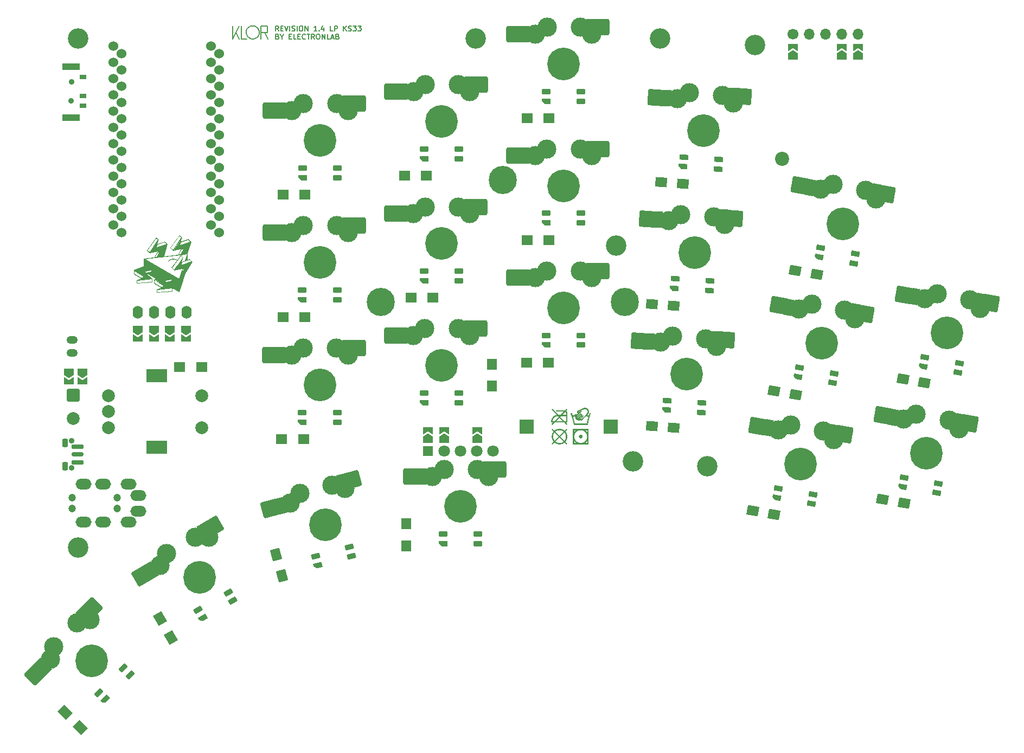
<source format=gts>
G04 #@! TF.GenerationSoftware,KiCad,Pcbnew,8.0.4-8.0.4-0~ubuntu22.04.1*
G04 #@! TF.CreationDate,2024-09-04T00:25:38+02:00*
G04 #@! TF.ProjectId,klor1_4_LP_KS33,6b6c6f72-315f-4345-9f4c-505f4b533333,v1.4.0 LP KS33*
G04 #@! TF.SameCoordinates,Original*
G04 #@! TF.FileFunction,Soldermask,Top*
G04 #@! TF.FilePolarity,Negative*
%FSLAX46Y46*%
G04 Gerber Fmt 4.6, Leading zero omitted, Abs format (unit mm)*
G04 Created by KiCad (PCBNEW 8.0.4-8.0.4-0~ubuntu22.04.1) date 2024-09-04 00:25:38*
%MOMM*%
%LPD*%
G01*
G04 APERTURE LIST*
G04 Aperture macros list*
%AMRoundRect*
0 Rectangle with rounded corners*
0 $1 Rounding radius*
0 $2 $3 $4 $5 $6 $7 $8 $9 X,Y pos of 4 corners*
0 Add a 4 corners polygon primitive as box body*
4,1,4,$2,$3,$4,$5,$6,$7,$8,$9,$2,$3,0*
0 Add four circle primitives for the rounded corners*
1,1,$1+$1,$2,$3*
1,1,$1+$1,$4,$5*
1,1,$1+$1,$6,$7*
1,1,$1+$1,$8,$9*
0 Add four rect primitives between the rounded corners*
20,1,$1+$1,$2,$3,$4,$5,0*
20,1,$1+$1,$4,$5,$6,$7,0*
20,1,$1+$1,$6,$7,$8,$9,0*
20,1,$1+$1,$8,$9,$2,$3,0*%
%AMRotRect*
0 Rectangle, with rotation*
0 The origin of the aperture is its center*
0 $1 length*
0 $2 width*
0 $3 Rotation angle, in degrees counterclockwise*
0 Add horizontal line*
21,1,$1,$2,0,0,$3*%
%AMFreePoly0*
4,1,18,-0.410000,0.265000,0.000000,0.675000,0.328000,0.675000,0.359380,0.668758,0.385983,0.650983,0.403758,0.624380,0.410000,0.593000,0.410000,-0.593000,0.403758,-0.624380,0.385983,-0.650983,0.359380,-0.668758,0.328000,-0.675000,-0.328000,-0.675000,-0.359380,-0.668758,-0.385983,-0.650983,-0.403758,-0.624380,-0.410000,-0.593000,-0.410000,0.265000,-0.410000,0.265000,$1*%
%AMFreePoly1*
4,1,6,1.000000,0.000000,0.500000,-0.750000,-0.500000,-0.750000,-0.500000,0.750000,0.500000,0.750000,1.000000,0.000000,1.000000,0.000000,$1*%
%AMFreePoly2*
4,1,6,0.500000,-0.750000,-0.650000,-0.750000,-0.150000,0.000000,-0.650000,0.750000,0.500000,0.750000,0.500000,-0.750000,0.500000,-0.750000,$1*%
G04 Aperture macros list end*
%ADD10C,0.150000*%
%ADD11C,0.000001*%
%ADD12C,0.000000*%
%ADD13C,3.000000*%
%ADD14C,5.100000*%
%ADD15RoundRect,0.082000X0.651245X0.187383X0.187383X0.651245X-0.651245X-0.187383X-0.187383X-0.651245X0*%
%ADD16FreePoly0,135.000000*%
%ADD17RotRect,1.200000X2.550000X45.000000*%
%ADD18RoundRect,0.255000X0.035355X1.477853X-1.477853X-0.035355X-0.035355X-1.477853X1.477853X0.035355X0*%
%ADD19RotRect,1.200000X2.550000X225.000000*%
%ADD20RoundRect,0.082000X0.593000X-0.328000X0.593000X0.328000X-0.593000X0.328000X-0.593000X-0.328000X0*%
%ADD21FreePoly0,90.000000*%
%ADD22R,1.200000X2.550000*%
%ADD23RoundRect,0.255000X1.070000X1.020000X-1.070000X1.020000X-1.070000X-1.020000X1.070000X-1.020000X0*%
%ADD24RoundRect,0.082000X0.568675X-0.368567X0.614436X0.285835X-0.568675X0.368567X-0.614436X-0.285835X0*%
%ADD25FreePoly0,86.000000*%
%ADD26RotRect,1.200000X2.550000X356.000000*%
%ADD27RoundRect,0.255000X1.138545X0.942876X-0.996242X1.092155X-1.138545X-0.942876X0.996242X-1.092155X0*%
%ADD28RotRect,1.200000X2.550000X176.000000*%
%ADD29RoundRect,0.082000X0.657687X-0.163344X0.487901X0.470303X-0.657687X0.163344X-0.487901X-0.470303X0*%
%ADD30FreePoly0,105.000000*%
%ADD31RotRect,1.200000X2.550000X15.000000*%
%ADD32RoundRect,0.255000X0.769545X1.262181X-1.297536X0.708308X-0.769545X-1.262181X1.297536X-0.708308X0*%
%ADD33RotRect,1.200000X2.550000X195.000000*%
%ADD34RoundRect,0.082000X0.527034X-0.425990X0.640948X0.220044X-0.527034X0.425990X-0.640948X-0.220044X0*%
%ADD35FreePoly0,80.000000*%
%ADD36RotRect,1.200000X2.550000X350.000000*%
%ADD37RoundRect,0.255000X1.230865X0.818700X-0.876623X1.190307X-1.230865X-0.818700X0.876623X-1.190307X0*%
%ADD38RotRect,1.200000X2.550000X170.000000*%
%ADD39RoundRect,0.082000X0.677553X0.012444X0.349553X0.580556X-0.677553X-0.012444X-0.349553X-0.580556X0*%
%ADD40FreePoly0,120.000000*%
%ADD41RotRect,1.200000X2.550000X30.000000*%
%ADD42RoundRect,0.255000X0.416647X1.418346X-1.436647X0.348346X-0.416647X-1.418346X1.436647X-0.348346X0*%
%ADD43RotRect,1.200000X2.550000X210.000000*%
%ADD44FreePoly1,270.000000*%
%ADD45FreePoly2,270.000000*%
%ADD46C,3.200000*%
%ADD47RotRect,1.800000X1.500000X350.000000*%
%ADD48R,1.800000X1.500000*%
%ADD49RotRect,1.800000X1.500000X356.000000*%
%ADD50FreePoly1,90.000000*%
%ADD51FreePoly2,90.000000*%
%ADD52RotRect,1.800000X1.500000X105.000000*%
%ADD53R,2.200000X2.200000*%
%ADD54C,2.200000*%
%ADD55C,2.000000*%
%ADD56R,3.200000X2.000000*%
%ADD57O,1.600000X2.000000*%
%ADD58C,1.200000*%
%ADD59O,2.500000X1.700000*%
%ADD60RotRect,1.800000X1.500000X120.000000*%
%ADD61O,1.750000X1.200000*%
%ADD62C,0.900000*%
%ADD63RoundRect,0.187500X-0.712500X0.187500X-0.712500X-0.187500X0.712500X-0.187500X0.712500X0.187500X0*%
%ADD64RoundRect,0.150000X-0.750000X0.150000X-0.750000X-0.150000X0.750000X-0.150000X0.750000X0.150000X0*%
%ADD65RoundRect,0.225000X-0.225000X0.425000X-0.225000X-0.425000X0.225000X-0.425000X0.225000X0.425000X0*%
%ADD66C,4.400000*%
%ADD67RotRect,1.800000X1.500000X135.000000*%
%ADD68R,1.500000X1.800000*%
%ADD69RoundRect,0.142858X-0.857142X0.857142X-0.857142X-0.857142X0.857142X-0.857142X0.857142X0.857142X0*%
%ADD70R,1.000000X0.700000*%
%ADD71R,2.800000X1.000000*%
%ADD72R,1.524000X1.524000*%
%ADD73C,1.800000*%
%ADD74C,1.524000*%
%ADD75C,1.700000*%
%ADD76O,1.700000X1.700000*%
G04 APERTURE END LIST*
D10*
X107458484Y-53704798D02*
X107458484Y-55795204D01*
X110576959Y-53704797D02*
X110733523Y-53716642D01*
X110882674Y-53751016D01*
X111022668Y-53806175D01*
X111192068Y-53909037D01*
X111337953Y-54041615D01*
X111456190Y-54199774D01*
X111542644Y-54379381D01*
X111584140Y-54525674D01*
X111603689Y-54679961D01*
X111605027Y-54732866D01*
X109548890Y-54732866D02*
X109560735Y-54576301D01*
X109595109Y-54427149D01*
X109650268Y-54287155D01*
X109753130Y-54117755D01*
X109885708Y-53971870D01*
X110043867Y-53853633D01*
X110223474Y-53767179D01*
X110369767Y-53725683D01*
X110524054Y-53706134D01*
X110576959Y-53704797D01*
X108829242Y-53704798D02*
X108829242Y-55760935D01*
D11*
X159631126Y-113639059D02*
X159433632Y-113836542D01*
X159453668Y-113851659D01*
X159472749Y-113867881D01*
X159490827Y-113885157D01*
X159507857Y-113903435D01*
X159523792Y-113922664D01*
X159538585Y-113942791D01*
X159552190Y-113963766D01*
X159564560Y-113985536D01*
X159575649Y-114008050D01*
X159585410Y-114031256D01*
X159593797Y-114055103D01*
X159600763Y-114079539D01*
X159606263Y-114104512D01*
X159610248Y-114129970D01*
X159612674Y-114155863D01*
X159613492Y-114182137D01*
X159613492Y-115557464D01*
X159331358Y-115557464D01*
X159634652Y-115860742D01*
X159542959Y-115952430D01*
X159147970Y-115557464D01*
X158403840Y-115557464D01*
X158403840Y-115426985D01*
X159017483Y-115426985D01*
X158428527Y-114838063D01*
X157839571Y-115426985D01*
X158396787Y-115426985D01*
X158396787Y-115557464D01*
X157709084Y-115557464D01*
X157314096Y-115952430D01*
X157222402Y-115860742D01*
X157525697Y-115557464D01*
X157165975Y-115557464D01*
X157165975Y-115493988D01*
X157167093Y-115445324D01*
X157168116Y-115430511D01*
X157168359Y-115426985D01*
X157296462Y-115426985D01*
X157296462Y-115430511D01*
X157652657Y-115430511D01*
X158333307Y-114749901D01*
X158329780Y-114746374D01*
X158523747Y-114746374D01*
X159200870Y-115426985D01*
X159483005Y-115426985D01*
X159483005Y-114577103D01*
X158693029Y-114577103D01*
X158523747Y-114746374D01*
X158329780Y-114746374D01*
X158164026Y-114580629D01*
X158120980Y-114583618D01*
X158078497Y-114588585D01*
X158036624Y-114595484D01*
X157995406Y-114604268D01*
X157954892Y-114614891D01*
X157915126Y-114627307D01*
X157876156Y-114641469D01*
X157838028Y-114657330D01*
X157800789Y-114674845D01*
X157764485Y-114693966D01*
X157729162Y-114714647D01*
X157694867Y-114736842D01*
X157661647Y-114760503D01*
X157629548Y-114785586D01*
X157598616Y-114812042D01*
X157568898Y-114839826D01*
X157540441Y-114868891D01*
X157513291Y-114899191D01*
X157487495Y-114930678D01*
X157463098Y-114963308D01*
X157440148Y-114997032D01*
X157418691Y-115031805D01*
X157398773Y-115067581D01*
X157380441Y-115104312D01*
X157363742Y-115141952D01*
X157348722Y-115180455D01*
X157335427Y-115219774D01*
X157323904Y-115259863D01*
X157314200Y-115300675D01*
X157306360Y-115342163D01*
X157300432Y-115384282D01*
X157296462Y-115426985D01*
X157168359Y-115426985D01*
X157170413Y-115397227D01*
X157175887Y-115349744D01*
X157183464Y-115302924D01*
X157193094Y-115256818D01*
X157204728Y-115211473D01*
X157218316Y-115166940D01*
X157233809Y-115123267D01*
X157251156Y-115080503D01*
X157270307Y-115038697D01*
X157291215Y-114997898D01*
X157313827Y-114958156D01*
X157338095Y-114919519D01*
X157363969Y-114882037D01*
X157391400Y-114845758D01*
X157420337Y-114810732D01*
X157450731Y-114777008D01*
X157482532Y-114744635D01*
X157515690Y-114713662D01*
X157550156Y-114684137D01*
X157585880Y-114656111D01*
X157622812Y-114629632D01*
X157660903Y-114604749D01*
X157700102Y-114581511D01*
X157708339Y-114577103D01*
X158347413Y-114577103D01*
X158428527Y-114658212D01*
X158509641Y-114577103D01*
X158347413Y-114577103D01*
X157708339Y-114577103D01*
X157740360Y-114559968D01*
X157781628Y-114540168D01*
X157823855Y-114522161D01*
X157866993Y-114505995D01*
X157910990Y-114491720D01*
X157955798Y-114479384D01*
X158001366Y-114469038D01*
X158047645Y-114460729D01*
X158037020Y-114450150D01*
X158819989Y-114450150D01*
X159479478Y-114450150D01*
X159479478Y-114185664D01*
X159479314Y-114175467D01*
X159478824Y-114165378D01*
X159478014Y-114155400D01*
X159476888Y-114145536D01*
X159475453Y-114135792D01*
X159473713Y-114126170D01*
X159471673Y-114116675D01*
X159469339Y-114107310D01*
X159466716Y-114098079D01*
X159463808Y-114088987D01*
X159460621Y-114080037D01*
X159457161Y-114071232D01*
X159453432Y-114062578D01*
X159449439Y-114054077D01*
X159445189Y-114045734D01*
X159440685Y-114037552D01*
X159435933Y-114029535D01*
X159430938Y-114021688D01*
X159425706Y-114014013D01*
X159420241Y-114006516D01*
X159408635Y-113992067D01*
X159396160Y-113978373D01*
X159382860Y-113965464D01*
X159368773Y-113953371D01*
X159353944Y-113942125D01*
X159338411Y-113931757D01*
X158819989Y-114450150D01*
X158037020Y-114450150D01*
X157222402Y-113639059D01*
X157314096Y-113547371D01*
X158216926Y-114446623D01*
X158636601Y-114446623D01*
X159197344Y-113885913D01*
X157895998Y-113885913D01*
X157895998Y-113755433D01*
X159183237Y-113755433D01*
X159191792Y-113755516D01*
X159200265Y-113755764D01*
X159208654Y-113756177D01*
X159216961Y-113756756D01*
X159225185Y-113757500D01*
X159233327Y-113758409D01*
X159241386Y-113759483D01*
X159249362Y-113760723D01*
X159257256Y-113762128D01*
X159265067Y-113763698D01*
X159272796Y-113765434D01*
X159280441Y-113767335D01*
X159288004Y-113769401D01*
X159295485Y-113771633D01*
X159302883Y-113774030D01*
X159310198Y-113776592D01*
X159539432Y-113547371D01*
X159631126Y-113639059D01*
G36*
X159631126Y-113639059D02*
G01*
X159433632Y-113836542D01*
X159453668Y-113851659D01*
X159472749Y-113867881D01*
X159490827Y-113885157D01*
X159507857Y-113903435D01*
X159523792Y-113922664D01*
X159538585Y-113942791D01*
X159552190Y-113963766D01*
X159564560Y-113985536D01*
X159575649Y-114008050D01*
X159585410Y-114031256D01*
X159593797Y-114055103D01*
X159600763Y-114079539D01*
X159606263Y-114104512D01*
X159610248Y-114129970D01*
X159612674Y-114155863D01*
X159613492Y-114182137D01*
X159613492Y-115557464D01*
X159331358Y-115557464D01*
X159634652Y-115860742D01*
X159542959Y-115952430D01*
X159147970Y-115557464D01*
X158403840Y-115557464D01*
X158403840Y-115426985D01*
X159017483Y-115426985D01*
X158428527Y-114838063D01*
X157839571Y-115426985D01*
X158396787Y-115426985D01*
X158396787Y-115557464D01*
X157709084Y-115557464D01*
X157314096Y-115952430D01*
X157222402Y-115860742D01*
X157525697Y-115557464D01*
X157165975Y-115557464D01*
X157165975Y-115493988D01*
X157167093Y-115445324D01*
X157168116Y-115430511D01*
X157168359Y-115426985D01*
X157296462Y-115426985D01*
X157296462Y-115430511D01*
X157652657Y-115430511D01*
X158333307Y-114749901D01*
X158329780Y-114746374D01*
X158523747Y-114746374D01*
X159200870Y-115426985D01*
X159483005Y-115426985D01*
X159483005Y-114577103D01*
X158693029Y-114577103D01*
X158523747Y-114746374D01*
X158329780Y-114746374D01*
X158164026Y-114580629D01*
X158120980Y-114583618D01*
X158078497Y-114588585D01*
X158036624Y-114595484D01*
X157995406Y-114604268D01*
X157954892Y-114614891D01*
X157915126Y-114627307D01*
X157876156Y-114641469D01*
X157838028Y-114657330D01*
X157800789Y-114674845D01*
X157764485Y-114693966D01*
X157729162Y-114714647D01*
X157694867Y-114736842D01*
X157661647Y-114760503D01*
X157629548Y-114785586D01*
X157598616Y-114812042D01*
X157568898Y-114839826D01*
X157540441Y-114868891D01*
X157513291Y-114899191D01*
X157487495Y-114930678D01*
X157463098Y-114963308D01*
X157440148Y-114997032D01*
X157418691Y-115031805D01*
X157398773Y-115067581D01*
X157380441Y-115104312D01*
X157363742Y-115141952D01*
X157348722Y-115180455D01*
X157335427Y-115219774D01*
X157323904Y-115259863D01*
X157314200Y-115300675D01*
X157306360Y-115342163D01*
X157300432Y-115384282D01*
X157296462Y-115426985D01*
X157168359Y-115426985D01*
X157170413Y-115397227D01*
X157175887Y-115349744D01*
X157183464Y-115302924D01*
X157193094Y-115256818D01*
X157204728Y-115211473D01*
X157218316Y-115166940D01*
X157233809Y-115123267D01*
X157251156Y-115080503D01*
X157270307Y-115038697D01*
X157291215Y-114997898D01*
X157313827Y-114958156D01*
X157338095Y-114919519D01*
X157363969Y-114882037D01*
X157391400Y-114845758D01*
X157420337Y-114810732D01*
X157450731Y-114777008D01*
X157482532Y-114744635D01*
X157515690Y-114713662D01*
X157550156Y-114684137D01*
X157585880Y-114656111D01*
X157622812Y-114629632D01*
X157660903Y-114604749D01*
X157700102Y-114581511D01*
X157708339Y-114577103D01*
X158347413Y-114577103D01*
X158428527Y-114658212D01*
X158509641Y-114577103D01*
X158347413Y-114577103D01*
X157708339Y-114577103D01*
X157740360Y-114559968D01*
X157781628Y-114540168D01*
X157823855Y-114522161D01*
X157866993Y-114505995D01*
X157910990Y-114491720D01*
X157955798Y-114479384D01*
X158001366Y-114469038D01*
X158047645Y-114460729D01*
X158037020Y-114450150D01*
X158819989Y-114450150D01*
X159479478Y-114450150D01*
X159479478Y-114185664D01*
X159479314Y-114175467D01*
X159478824Y-114165378D01*
X159478014Y-114155400D01*
X159476888Y-114145536D01*
X159475453Y-114135792D01*
X159473713Y-114126170D01*
X159471673Y-114116675D01*
X159469339Y-114107310D01*
X159466716Y-114098079D01*
X159463808Y-114088987D01*
X159460621Y-114080037D01*
X159457161Y-114071232D01*
X159453432Y-114062578D01*
X159449439Y-114054077D01*
X159445189Y-114045734D01*
X159440685Y-114037552D01*
X159435933Y-114029535D01*
X159430938Y-114021688D01*
X159425706Y-114014013D01*
X159420241Y-114006516D01*
X159408635Y-113992067D01*
X159396160Y-113978373D01*
X159382860Y-113965464D01*
X159368773Y-113953371D01*
X159353944Y-113942125D01*
X159338411Y-113931757D01*
X158819989Y-114450150D01*
X158037020Y-114450150D01*
X157222402Y-113639059D01*
X157314096Y-113547371D01*
X158216926Y-114446623D01*
X158636601Y-114446623D01*
X159197344Y-113885913D01*
X157895998Y-113885913D01*
X157895998Y-113755433D01*
X159183237Y-113755433D01*
X159191792Y-113755516D01*
X159200265Y-113755764D01*
X159208654Y-113756177D01*
X159216961Y-113756756D01*
X159225185Y-113757500D01*
X159233327Y-113758409D01*
X159241386Y-113759483D01*
X159249362Y-113760723D01*
X159257256Y-113762128D01*
X159265067Y-113763698D01*
X159272796Y-113765434D01*
X159280441Y-113767335D01*
X159288004Y-113769401D01*
X159295485Y-113771633D01*
X159302883Y-113774030D01*
X159310198Y-113776592D01*
X159539432Y-113547371D01*
X159631126Y-113639059D01*
G37*
D10*
X112907248Y-54767135D02*
X111913449Y-54767135D01*
D12*
G36*
X99560346Y-86763412D02*
G01*
X98161230Y-88835100D01*
X97707734Y-88407533D01*
X97715879Y-88396420D01*
X97828384Y-88396420D01*
X98145884Y-88695929D01*
X99441284Y-86777700D01*
X99185167Y-86545395D01*
X97828384Y-88396420D01*
X97715879Y-88396420D01*
X99171409Y-86410458D01*
X99560346Y-86763412D01*
G37*
D11*
X163187462Y-114185720D02*
X163186020Y-114185664D01*
X163189548Y-114185664D01*
X163187462Y-114185720D01*
G36*
X163187462Y-114185720D02*
G01*
X163186020Y-114185664D01*
X163189548Y-114185664D01*
X163187462Y-114185720D01*
G37*
D10*
X107458484Y-55795204D02*
X108486553Y-53704798D01*
X111879180Y-55795204D02*
X111879180Y-54767135D01*
D11*
X159631126Y-116710623D02*
X159299617Y-117042112D01*
X159333786Y-117081278D01*
X159366163Y-117122030D01*
X159396690Y-117164300D01*
X159425311Y-117208022D01*
X159451968Y-117253129D01*
X159476606Y-117299552D01*
X159499167Y-117347226D01*
X159519594Y-117396083D01*
X159537831Y-117446055D01*
X159553821Y-117497076D01*
X159567507Y-117549079D01*
X159578831Y-117601996D01*
X159587739Y-117655760D01*
X159594171Y-117710305D01*
X159598072Y-117765562D01*
X159599385Y-117821464D01*
X159598072Y-117877328D01*
X159594171Y-117932480D01*
X159587739Y-117986866D01*
X159578831Y-118040437D01*
X159567507Y-118093139D01*
X159553821Y-118144922D01*
X159537831Y-118195734D01*
X159519594Y-118245524D01*
X159499167Y-118294238D01*
X159476606Y-118341827D01*
X159451968Y-118388238D01*
X159425311Y-118433419D01*
X159396690Y-118477319D01*
X159366163Y-118519887D01*
X159333786Y-118561070D01*
X159299617Y-118600817D01*
X159631126Y-118932305D01*
X159539432Y-119023994D01*
X159207924Y-118692505D01*
X159168756Y-118726672D01*
X159128002Y-118759047D01*
X159085729Y-118789572D01*
X159042004Y-118818191D01*
X158996895Y-118844847D01*
X158950469Y-118869484D01*
X158902793Y-118892043D01*
X158853933Y-118912469D01*
X158803958Y-118930705D01*
X158752934Y-118946694D01*
X158700928Y-118960379D01*
X158648008Y-118971703D01*
X158594241Y-118980610D01*
X158539693Y-118987042D01*
X158484433Y-118990943D01*
X158428527Y-118992256D01*
X158372660Y-118990943D01*
X158317506Y-118987042D01*
X158263116Y-118980610D01*
X158209542Y-118971703D01*
X158156837Y-118960379D01*
X158105050Y-118946694D01*
X158054236Y-118930705D01*
X158004444Y-118912469D01*
X157955726Y-118892043D01*
X157908135Y-118869483D01*
X157861721Y-118844847D01*
X157816538Y-118818191D01*
X157772635Y-118789572D01*
X157730065Y-118759047D01*
X157688880Y-118726672D01*
X157649130Y-118692505D01*
X157317622Y-119023994D01*
X157225929Y-118932305D01*
X157557437Y-118600817D01*
X157740824Y-118600817D01*
X157775863Y-118630480D01*
X157812177Y-118658604D01*
X157849722Y-118685137D01*
X157888449Y-118710027D01*
X157928313Y-118733223D01*
X157969266Y-118754673D01*
X158011264Y-118774325D01*
X158054258Y-118792128D01*
X158098203Y-118808030D01*
X158143052Y-118821979D01*
X158188758Y-118833924D01*
X158235276Y-118843813D01*
X158282558Y-118851595D01*
X158330558Y-118857217D01*
X158379230Y-118860628D01*
X158428527Y-118861776D01*
X158432054Y-118861776D01*
X158480770Y-118860628D01*
X158529010Y-118857217D01*
X158576713Y-118851595D01*
X158623817Y-118843813D01*
X158670260Y-118833924D01*
X158715979Y-118821979D01*
X158760913Y-118808030D01*
X158805000Y-118792128D01*
X158848178Y-118774325D01*
X158890385Y-118754673D01*
X158931558Y-118733223D01*
X158971636Y-118710027D01*
X159010557Y-118685137D01*
X159048259Y-118658604D01*
X159084679Y-118630480D01*
X159119757Y-118600817D01*
X158428527Y-117913153D01*
X157740824Y-118600817D01*
X157557437Y-118600817D01*
X157523268Y-118561651D01*
X157490891Y-118520899D01*
X157460364Y-118478629D01*
X157431744Y-118434907D01*
X157405086Y-118389800D01*
X157380448Y-118343377D01*
X157357887Y-118295703D01*
X157337460Y-118246846D01*
X157319223Y-118196874D01*
X157303233Y-118145852D01*
X157289547Y-118093850D01*
X157278223Y-118040933D01*
X157269316Y-117987169D01*
X157262883Y-117932624D01*
X157258982Y-117877367D01*
X157257669Y-117821465D01*
X157388156Y-117821465D01*
X157389305Y-117870178D01*
X157392716Y-117918415D01*
X157398338Y-117966116D01*
X157406120Y-118013217D01*
X157416010Y-118059657D01*
X157427955Y-118105374D01*
X157441905Y-118150305D01*
X157457808Y-118194390D01*
X157475612Y-118237565D01*
X157495265Y-118279769D01*
X157516716Y-118320940D01*
X157539913Y-118361016D01*
X157564805Y-118399935D01*
X157591340Y-118437634D01*
X157619465Y-118474053D01*
X157649130Y-118509128D01*
X158336834Y-117821465D01*
X158333307Y-117817938D01*
X158520221Y-117817938D01*
X159211451Y-118509128D01*
X159241116Y-118473471D01*
X159269241Y-118436615D01*
X159295776Y-118398602D01*
X159320668Y-118359473D01*
X159343865Y-118319270D01*
X159365316Y-118278034D01*
X159384969Y-118235805D01*
X159402773Y-118192627D01*
X159418676Y-118148539D01*
X159432626Y-118103583D01*
X159444571Y-118057801D01*
X159454461Y-118011233D01*
X159462243Y-117963922D01*
X159467865Y-117915908D01*
X159471276Y-117867233D01*
X159472425Y-117817938D01*
X159472425Y-117814412D01*
X159471276Y-117765699D01*
X159467865Y-117717461D01*
X159462243Y-117669761D01*
X159454461Y-117622659D01*
X159444571Y-117576219D01*
X159432626Y-117530503D01*
X159418676Y-117485571D01*
X159402773Y-117441487D01*
X159384969Y-117398311D01*
X159365316Y-117356107D01*
X159343865Y-117314936D01*
X159320668Y-117274860D01*
X159295776Y-117235942D01*
X159269241Y-117198242D01*
X159241116Y-117161823D01*
X159211451Y-117126748D01*
X158520221Y-117817938D01*
X158333307Y-117817938D01*
X157649130Y-117133801D01*
X157619465Y-117168876D01*
X157591340Y-117205295D01*
X157564805Y-117242995D01*
X157539913Y-117281913D01*
X157516716Y-117321989D01*
X157495265Y-117363160D01*
X157475612Y-117405364D01*
X157457808Y-117448539D01*
X157441905Y-117492624D01*
X157427955Y-117537556D01*
X157416010Y-117583272D01*
X157406120Y-117629712D01*
X157398338Y-117676814D01*
X157392716Y-117724514D01*
X157389305Y-117772752D01*
X157388156Y-117821465D01*
X157257669Y-117821465D01*
X157257669Y-117821464D01*
X157258982Y-117765600D01*
X157262883Y-117710449D01*
X157269316Y-117656063D01*
X157278223Y-117602492D01*
X157289547Y-117549789D01*
X157303233Y-117498006D01*
X157319223Y-117447194D01*
X157337460Y-117397405D01*
X157357887Y-117348690D01*
X157380448Y-117301102D01*
X157405086Y-117254691D01*
X157431744Y-117209510D01*
X157460364Y-117165610D01*
X157490891Y-117123042D01*
X157523268Y-117081859D01*
X157557437Y-117042112D01*
X157553910Y-117038586D01*
X157737297Y-117038586D01*
X158425000Y-117726249D01*
X159116230Y-117038586D01*
X159081191Y-117008922D01*
X159044877Y-116980798D01*
X159007333Y-116954265D01*
X158968605Y-116929375D01*
X158928742Y-116906179D01*
X158887788Y-116884729D01*
X158845791Y-116865077D01*
X158802796Y-116847274D01*
X158758851Y-116831372D01*
X158714002Y-116817423D01*
X158668296Y-116805478D01*
X158621778Y-116795589D01*
X158574496Y-116787808D01*
X158526496Y-116782186D01*
X158477824Y-116778775D01*
X158428527Y-116777626D01*
X158379190Y-116778775D01*
X158330407Y-116782186D01*
X158282233Y-116787808D01*
X158234725Y-116795589D01*
X158187940Y-116805478D01*
X158141936Y-116817423D01*
X158096768Y-116831372D01*
X158052495Y-116847274D01*
X158009171Y-116865077D01*
X157966855Y-116884729D01*
X157925604Y-116906179D01*
X157885473Y-116929375D01*
X157846520Y-116954265D01*
X157808802Y-116980798D01*
X157772376Y-117008922D01*
X157737297Y-117038586D01*
X157553910Y-117038586D01*
X157225929Y-116710623D01*
X157317622Y-116618935D01*
X157649130Y-116950424D01*
X157688298Y-116916257D01*
X157729052Y-116883882D01*
X157771325Y-116853357D01*
X157815050Y-116824738D01*
X157860159Y-116798082D01*
X157906585Y-116773445D01*
X157954262Y-116750886D01*
X158003121Y-116730459D01*
X158053097Y-116712223D01*
X158104121Y-116696235D01*
X158156126Y-116682550D01*
X158209046Y-116671226D01*
X158262814Y-116662319D01*
X158317361Y-116655887D01*
X158372621Y-116651986D01*
X158428527Y-116650673D01*
X158484394Y-116651986D01*
X158539549Y-116655887D01*
X158593938Y-116662319D01*
X158647512Y-116671226D01*
X158700218Y-116682550D01*
X158752004Y-116696235D01*
X158802819Y-116712224D01*
X158852611Y-116730460D01*
X158901328Y-116750886D01*
X158948919Y-116773445D01*
X158995333Y-116798082D01*
X159040517Y-116824738D01*
X159084419Y-116853357D01*
X159126989Y-116883882D01*
X159168175Y-116916257D01*
X159207924Y-116950424D01*
X159539432Y-116618935D01*
X159631126Y-116710623D01*
G36*
X159631126Y-116710623D02*
G01*
X159299617Y-117042112D01*
X159333786Y-117081278D01*
X159366163Y-117122030D01*
X159396690Y-117164300D01*
X159425311Y-117208022D01*
X159451968Y-117253129D01*
X159476606Y-117299552D01*
X159499167Y-117347226D01*
X159519594Y-117396083D01*
X159537831Y-117446055D01*
X159553821Y-117497076D01*
X159567507Y-117549079D01*
X159578831Y-117601996D01*
X159587739Y-117655760D01*
X159594171Y-117710305D01*
X159598072Y-117765562D01*
X159599385Y-117821464D01*
X159598072Y-117877328D01*
X159594171Y-117932480D01*
X159587739Y-117986866D01*
X159578831Y-118040437D01*
X159567507Y-118093139D01*
X159553821Y-118144922D01*
X159537831Y-118195734D01*
X159519594Y-118245524D01*
X159499167Y-118294238D01*
X159476606Y-118341827D01*
X159451968Y-118388238D01*
X159425311Y-118433419D01*
X159396690Y-118477319D01*
X159366163Y-118519887D01*
X159333786Y-118561070D01*
X159299617Y-118600817D01*
X159631126Y-118932305D01*
X159539432Y-119023994D01*
X159207924Y-118692505D01*
X159168756Y-118726672D01*
X159128002Y-118759047D01*
X159085729Y-118789572D01*
X159042004Y-118818191D01*
X158996895Y-118844847D01*
X158950469Y-118869484D01*
X158902793Y-118892043D01*
X158853933Y-118912469D01*
X158803958Y-118930705D01*
X158752934Y-118946694D01*
X158700928Y-118960379D01*
X158648008Y-118971703D01*
X158594241Y-118980610D01*
X158539693Y-118987042D01*
X158484433Y-118990943D01*
X158428527Y-118992256D01*
X158372660Y-118990943D01*
X158317506Y-118987042D01*
X158263116Y-118980610D01*
X158209542Y-118971703D01*
X158156837Y-118960379D01*
X158105050Y-118946694D01*
X158054236Y-118930705D01*
X158004444Y-118912469D01*
X157955726Y-118892043D01*
X157908135Y-118869483D01*
X157861721Y-118844847D01*
X157816538Y-118818191D01*
X157772635Y-118789572D01*
X157730065Y-118759047D01*
X157688880Y-118726672D01*
X157649130Y-118692505D01*
X157317622Y-119023994D01*
X157225929Y-118932305D01*
X157557437Y-118600817D01*
X157740824Y-118600817D01*
X157775863Y-118630480D01*
X157812177Y-118658604D01*
X157849722Y-118685137D01*
X157888449Y-118710027D01*
X157928313Y-118733223D01*
X157969266Y-118754673D01*
X158011264Y-118774325D01*
X158054258Y-118792128D01*
X158098203Y-118808030D01*
X158143052Y-118821979D01*
X158188758Y-118833924D01*
X158235276Y-118843813D01*
X158282558Y-118851595D01*
X158330558Y-118857217D01*
X158379230Y-118860628D01*
X158428527Y-118861776D01*
X158432054Y-118861776D01*
X158480770Y-118860628D01*
X158529010Y-118857217D01*
X158576713Y-118851595D01*
X158623817Y-118843813D01*
X158670260Y-118833924D01*
X158715979Y-118821979D01*
X158760913Y-118808030D01*
X158805000Y-118792128D01*
X158848178Y-118774325D01*
X158890385Y-118754673D01*
X158931558Y-118733223D01*
X158971636Y-118710027D01*
X159010557Y-118685137D01*
X159048259Y-118658604D01*
X159084679Y-118630480D01*
X159119757Y-118600817D01*
X158428527Y-117913153D01*
X157740824Y-118600817D01*
X157557437Y-118600817D01*
X157523268Y-118561651D01*
X157490891Y-118520899D01*
X157460364Y-118478629D01*
X157431744Y-118434907D01*
X157405086Y-118389800D01*
X157380448Y-118343377D01*
X157357887Y-118295703D01*
X157337460Y-118246846D01*
X157319223Y-118196874D01*
X157303233Y-118145852D01*
X157289547Y-118093850D01*
X157278223Y-118040933D01*
X157269316Y-117987169D01*
X157262883Y-117932624D01*
X157258982Y-117877367D01*
X157257669Y-117821465D01*
X157388156Y-117821465D01*
X157389305Y-117870178D01*
X157392716Y-117918415D01*
X157398338Y-117966116D01*
X157406120Y-118013217D01*
X157416010Y-118059657D01*
X157427955Y-118105374D01*
X157441905Y-118150305D01*
X157457808Y-118194390D01*
X157475612Y-118237565D01*
X157495265Y-118279769D01*
X157516716Y-118320940D01*
X157539913Y-118361016D01*
X157564805Y-118399935D01*
X157591340Y-118437634D01*
X157619465Y-118474053D01*
X157649130Y-118509128D01*
X158336834Y-117821465D01*
X158333307Y-117817938D01*
X158520221Y-117817938D01*
X159211451Y-118509128D01*
X159241116Y-118473471D01*
X159269241Y-118436615D01*
X159295776Y-118398602D01*
X159320668Y-118359473D01*
X159343865Y-118319270D01*
X159365316Y-118278034D01*
X159384969Y-118235805D01*
X159402773Y-118192627D01*
X159418676Y-118148539D01*
X159432626Y-118103583D01*
X159444571Y-118057801D01*
X159454461Y-118011233D01*
X159462243Y-117963922D01*
X159467865Y-117915908D01*
X159471276Y-117867233D01*
X159472425Y-117817938D01*
X159472425Y-117814412D01*
X159471276Y-117765699D01*
X159467865Y-117717461D01*
X159462243Y-117669761D01*
X159454461Y-117622659D01*
X159444571Y-117576219D01*
X159432626Y-117530503D01*
X159418676Y-117485571D01*
X159402773Y-117441487D01*
X159384969Y-117398311D01*
X159365316Y-117356107D01*
X159343865Y-117314936D01*
X159320668Y-117274860D01*
X159295776Y-117235942D01*
X159269241Y-117198242D01*
X159241116Y-117161823D01*
X159211451Y-117126748D01*
X158520221Y-117817938D01*
X158333307Y-117817938D01*
X157649130Y-117133801D01*
X157619465Y-117168876D01*
X157591340Y-117205295D01*
X157564805Y-117242995D01*
X157539913Y-117281913D01*
X157516716Y-117321989D01*
X157495265Y-117363160D01*
X157475612Y-117405364D01*
X157457808Y-117448539D01*
X157441905Y-117492624D01*
X157427955Y-117537556D01*
X157416010Y-117583272D01*
X157406120Y-117629712D01*
X157398338Y-117676814D01*
X157392716Y-117724514D01*
X157389305Y-117772752D01*
X157388156Y-117821465D01*
X157257669Y-117821465D01*
X157257669Y-117821464D01*
X157258982Y-117765600D01*
X157262883Y-117710449D01*
X157269316Y-117656063D01*
X157278223Y-117602492D01*
X157289547Y-117549789D01*
X157303233Y-117498006D01*
X157319223Y-117447194D01*
X157337460Y-117397405D01*
X157357887Y-117348690D01*
X157380448Y-117301102D01*
X157405086Y-117254691D01*
X157431744Y-117209510D01*
X157460364Y-117165610D01*
X157490891Y-117123042D01*
X157523268Y-117081859D01*
X157557437Y-117042112D01*
X157553910Y-117038586D01*
X157737297Y-117038586D01*
X158425000Y-117726249D01*
X159116230Y-117038586D01*
X159081191Y-117008922D01*
X159044877Y-116980798D01*
X159007333Y-116954265D01*
X158968605Y-116929375D01*
X158928742Y-116906179D01*
X158887788Y-116884729D01*
X158845791Y-116865077D01*
X158802796Y-116847274D01*
X158758851Y-116831372D01*
X158714002Y-116817423D01*
X158668296Y-116805478D01*
X158621778Y-116795589D01*
X158574496Y-116787808D01*
X158526496Y-116782186D01*
X158477824Y-116778775D01*
X158428527Y-116777626D01*
X158379190Y-116778775D01*
X158330407Y-116782186D01*
X158282233Y-116787808D01*
X158234725Y-116795589D01*
X158187940Y-116805478D01*
X158141936Y-116817423D01*
X158096768Y-116831372D01*
X158052495Y-116847274D01*
X158009171Y-116865077D01*
X157966855Y-116884729D01*
X157925604Y-116906179D01*
X157885473Y-116929375D01*
X157846520Y-116954265D01*
X157808802Y-116980798D01*
X157772376Y-117008922D01*
X157737297Y-117038586D01*
X157553910Y-117038586D01*
X157225929Y-116710623D01*
X157317622Y-116618935D01*
X157649130Y-116950424D01*
X157688298Y-116916257D01*
X157729052Y-116883882D01*
X157771325Y-116853357D01*
X157815050Y-116824738D01*
X157860159Y-116798082D01*
X157906585Y-116773445D01*
X157954262Y-116750886D01*
X158003121Y-116730459D01*
X158053097Y-116712223D01*
X158104121Y-116696235D01*
X158156126Y-116682550D01*
X158209046Y-116671226D01*
X158262814Y-116662319D01*
X158317361Y-116655887D01*
X158372621Y-116651986D01*
X158428527Y-116650673D01*
X158484394Y-116651986D01*
X158539549Y-116655887D01*
X158593938Y-116662319D01*
X158647512Y-116671226D01*
X158700218Y-116682550D01*
X158752004Y-116696235D01*
X158802819Y-116712224D01*
X158852611Y-116730460D01*
X158901328Y-116750886D01*
X158948919Y-116773445D01*
X158995333Y-116798082D01*
X159040517Y-116824738D01*
X159084419Y-116853357D01*
X159126989Y-116883882D01*
X159168175Y-116916257D01*
X159207924Y-116950424D01*
X159539432Y-116618935D01*
X159631126Y-116710623D01*
G37*
D10*
X111605027Y-54732866D02*
X111593181Y-54889430D01*
X111558807Y-55038581D01*
X111503648Y-55178575D01*
X111400786Y-55347975D01*
X111268208Y-55493860D01*
X111110049Y-55612097D01*
X110930443Y-55698551D01*
X110784150Y-55740047D01*
X110629863Y-55759596D01*
X110576959Y-55760934D01*
X108486554Y-55795204D02*
X107972519Y-54732866D01*
X108829242Y-55760935D02*
X109617428Y-55760935D01*
D11*
X162910940Y-118995782D02*
X160565696Y-118995782D01*
X160565696Y-118865302D01*
X160692657Y-118865302D01*
X161204026Y-118865302D01*
X161163489Y-118843365D01*
X161123904Y-118819899D01*
X161085310Y-118794945D01*
X161047750Y-118768545D01*
X161011264Y-118740739D01*
X160975893Y-118711570D01*
X160941681Y-118681078D01*
X160908666Y-118649306D01*
X160876892Y-118616293D01*
X160846398Y-118582082D01*
X160817227Y-118546714D01*
X160789420Y-118510230D01*
X160763018Y-118472672D01*
X160738063Y-118434080D01*
X160714595Y-118394497D01*
X160692657Y-118353963D01*
X160692657Y-118865302D01*
X160565696Y-118865302D01*
X160565696Y-118353963D01*
X160565696Y-117821464D01*
X160692657Y-117821464D01*
X160694020Y-117875032D01*
X160698065Y-117927914D01*
X160704725Y-117980043D01*
X160713934Y-118031352D01*
X160725625Y-118081775D01*
X160739732Y-118131246D01*
X160756189Y-118179698D01*
X160774928Y-118227065D01*
X160795883Y-118273279D01*
X160818988Y-118318275D01*
X160844176Y-118361986D01*
X160871381Y-118404346D01*
X160900536Y-118445288D01*
X160931575Y-118484745D01*
X160964431Y-118522651D01*
X160999037Y-118558940D01*
X161035328Y-118593544D01*
X161073236Y-118626398D01*
X161112696Y-118657435D01*
X161153640Y-118686588D01*
X161196002Y-118713792D01*
X161239715Y-118738979D01*
X161284714Y-118762082D01*
X161330931Y-118783036D01*
X161378301Y-118801774D01*
X161426755Y-118818230D01*
X161476229Y-118832336D01*
X161526655Y-118844026D01*
X161577968Y-118853235D01*
X161630099Y-118859895D01*
X161682984Y-118863939D01*
X161736555Y-118865302D01*
X162269084Y-118865302D01*
X162780453Y-118865302D01*
X162780453Y-118353963D01*
X162758514Y-118394497D01*
X162735047Y-118434080D01*
X162710091Y-118472672D01*
X162683689Y-118510230D01*
X162655882Y-118546714D01*
X162626711Y-118582082D01*
X162596218Y-118616293D01*
X162564443Y-118649306D01*
X162531429Y-118681078D01*
X162497216Y-118711570D01*
X162461846Y-118740739D01*
X162425360Y-118768545D01*
X162387799Y-118794945D01*
X162349206Y-118819899D01*
X162309620Y-118843365D01*
X162269084Y-118865302D01*
X161736555Y-118865302D01*
X161790126Y-118863939D01*
X161843011Y-118859895D01*
X161895142Y-118853235D01*
X161946455Y-118844026D01*
X161996881Y-118832336D01*
X162046355Y-118818230D01*
X162094809Y-118801774D01*
X162142178Y-118783036D01*
X162188396Y-118762082D01*
X162233394Y-118738979D01*
X162277108Y-118713792D01*
X162319470Y-118686588D01*
X162360414Y-118657435D01*
X162399873Y-118626398D01*
X162437782Y-118593544D01*
X162474072Y-118558940D01*
X162508679Y-118522651D01*
X162541535Y-118484745D01*
X162572573Y-118445288D01*
X162601728Y-118404346D01*
X162628933Y-118361986D01*
X162654122Y-118318275D01*
X162677227Y-118273279D01*
X162698182Y-118227065D01*
X162716921Y-118179698D01*
X162733377Y-118131246D01*
X162747484Y-118081775D01*
X162759175Y-118031352D01*
X162768384Y-117980043D01*
X162775045Y-117927914D01*
X162779090Y-117875032D01*
X162780453Y-117821464D01*
X162779090Y-117767896D01*
X162775045Y-117715015D01*
X162768384Y-117662886D01*
X162759175Y-117611577D01*
X162747484Y-117561154D01*
X162733377Y-117511683D01*
X162716921Y-117463231D01*
X162698182Y-117415864D01*
X162677227Y-117369650D01*
X162654122Y-117324653D01*
X162628933Y-117280942D01*
X162601728Y-117238583D01*
X162572573Y-117197641D01*
X162541535Y-117158184D01*
X162508679Y-117120278D01*
X162474072Y-117083989D01*
X162437782Y-117049385D01*
X162399873Y-117016531D01*
X162360414Y-116985494D01*
X162319470Y-116956340D01*
X162277108Y-116929137D01*
X162233394Y-116903950D01*
X162188396Y-116880847D01*
X162142178Y-116859893D01*
X162094809Y-116841155D01*
X162046355Y-116824699D01*
X161996881Y-116810593D01*
X161946455Y-116798902D01*
X161895142Y-116789694D01*
X161843011Y-116783034D01*
X161790126Y-116778989D01*
X161736555Y-116777626D01*
X162269084Y-116777626D01*
X162309620Y-116799564D01*
X162349206Y-116823030D01*
X162387799Y-116847984D01*
X162425360Y-116874384D01*
X162461846Y-116902189D01*
X162497216Y-116931359D01*
X162531429Y-116961850D01*
X162564443Y-116993623D01*
X162596218Y-117026636D01*
X162626711Y-117060847D01*
X162655882Y-117096215D01*
X162683689Y-117132699D01*
X162710091Y-117170257D01*
X162735047Y-117208849D01*
X162758514Y-117248432D01*
X162780453Y-117288966D01*
X162780453Y-116777626D01*
X162269084Y-116777626D01*
X161736555Y-116777626D01*
X161682984Y-116778989D01*
X161630099Y-116783034D01*
X161577968Y-116789694D01*
X161526655Y-116798902D01*
X161476229Y-116810593D01*
X161426755Y-116824699D01*
X161378301Y-116841155D01*
X161330931Y-116859893D01*
X161284714Y-116880847D01*
X161239715Y-116903950D01*
X161196002Y-116929137D01*
X161153640Y-116956340D01*
X161112696Y-116985494D01*
X161073236Y-117016531D01*
X161035328Y-117049385D01*
X160999037Y-117083989D01*
X160964431Y-117120278D01*
X160931575Y-117158184D01*
X160900536Y-117197641D01*
X160871381Y-117238583D01*
X160844176Y-117280942D01*
X160818988Y-117324653D01*
X160795883Y-117369650D01*
X160774928Y-117415864D01*
X160756189Y-117463231D01*
X160739732Y-117511683D01*
X160725625Y-117561154D01*
X160713934Y-117611577D01*
X160704725Y-117662886D01*
X160698065Y-117715015D01*
X160694020Y-117767896D01*
X160692657Y-117821464D01*
X160565696Y-117821464D01*
X160565696Y-117288966D01*
X160565696Y-116777626D01*
X160692657Y-116777626D01*
X160692657Y-117288966D01*
X160714595Y-117248432D01*
X160738063Y-117208849D01*
X160763018Y-117170257D01*
X160789420Y-117132699D01*
X160817227Y-117096215D01*
X160846398Y-117060847D01*
X160876892Y-117026636D01*
X160908666Y-116993623D01*
X160941681Y-116961850D01*
X160975893Y-116931359D01*
X161011264Y-116902189D01*
X161047750Y-116874384D01*
X161085310Y-116847984D01*
X161123904Y-116823030D01*
X161163489Y-116799564D01*
X161204026Y-116777626D01*
X160692657Y-116777626D01*
X160565696Y-116777626D01*
X160565696Y-116650673D01*
X162910940Y-116650673D01*
X162910940Y-118995782D01*
G36*
X162910940Y-118995782D02*
G01*
X160565696Y-118995782D01*
X160565696Y-118865302D01*
X160692657Y-118865302D01*
X161204026Y-118865302D01*
X161163489Y-118843365D01*
X161123904Y-118819899D01*
X161085310Y-118794945D01*
X161047750Y-118768545D01*
X161011264Y-118740739D01*
X160975893Y-118711570D01*
X160941681Y-118681078D01*
X160908666Y-118649306D01*
X160876892Y-118616293D01*
X160846398Y-118582082D01*
X160817227Y-118546714D01*
X160789420Y-118510230D01*
X160763018Y-118472672D01*
X160738063Y-118434080D01*
X160714595Y-118394497D01*
X160692657Y-118353963D01*
X160692657Y-118865302D01*
X160565696Y-118865302D01*
X160565696Y-118353963D01*
X160565696Y-117821464D01*
X160692657Y-117821464D01*
X160694020Y-117875032D01*
X160698065Y-117927914D01*
X160704725Y-117980043D01*
X160713934Y-118031352D01*
X160725625Y-118081775D01*
X160739732Y-118131246D01*
X160756189Y-118179698D01*
X160774928Y-118227065D01*
X160795883Y-118273279D01*
X160818988Y-118318275D01*
X160844176Y-118361986D01*
X160871381Y-118404346D01*
X160900536Y-118445288D01*
X160931575Y-118484745D01*
X160964431Y-118522651D01*
X160999037Y-118558940D01*
X161035328Y-118593544D01*
X161073236Y-118626398D01*
X161112696Y-118657435D01*
X161153640Y-118686588D01*
X161196002Y-118713792D01*
X161239715Y-118738979D01*
X161284714Y-118762082D01*
X161330931Y-118783036D01*
X161378301Y-118801774D01*
X161426755Y-118818230D01*
X161476229Y-118832336D01*
X161526655Y-118844026D01*
X161577968Y-118853235D01*
X161630099Y-118859895D01*
X161682984Y-118863939D01*
X161736555Y-118865302D01*
X162269084Y-118865302D01*
X162780453Y-118865302D01*
X162780453Y-118353963D01*
X162758514Y-118394497D01*
X162735047Y-118434080D01*
X162710091Y-118472672D01*
X162683689Y-118510230D01*
X162655882Y-118546714D01*
X162626711Y-118582082D01*
X162596218Y-118616293D01*
X162564443Y-118649306D01*
X162531429Y-118681078D01*
X162497216Y-118711570D01*
X162461846Y-118740739D01*
X162425360Y-118768545D01*
X162387799Y-118794945D01*
X162349206Y-118819899D01*
X162309620Y-118843365D01*
X162269084Y-118865302D01*
X161736555Y-118865302D01*
X161790126Y-118863939D01*
X161843011Y-118859895D01*
X161895142Y-118853235D01*
X161946455Y-118844026D01*
X161996881Y-118832336D01*
X162046355Y-118818230D01*
X162094809Y-118801774D01*
X162142178Y-118783036D01*
X162188396Y-118762082D01*
X162233394Y-118738979D01*
X162277108Y-118713792D01*
X162319470Y-118686588D01*
X162360414Y-118657435D01*
X162399873Y-118626398D01*
X162437782Y-118593544D01*
X162474072Y-118558940D01*
X162508679Y-118522651D01*
X162541535Y-118484745D01*
X162572573Y-118445288D01*
X162601728Y-118404346D01*
X162628933Y-118361986D01*
X162654122Y-118318275D01*
X162677227Y-118273279D01*
X162698182Y-118227065D01*
X162716921Y-118179698D01*
X162733377Y-118131246D01*
X162747484Y-118081775D01*
X162759175Y-118031352D01*
X162768384Y-117980043D01*
X162775045Y-117927914D01*
X162779090Y-117875032D01*
X162780453Y-117821464D01*
X162779090Y-117767896D01*
X162775045Y-117715015D01*
X162768384Y-117662886D01*
X162759175Y-117611577D01*
X162747484Y-117561154D01*
X162733377Y-117511683D01*
X162716921Y-117463231D01*
X162698182Y-117415864D01*
X162677227Y-117369650D01*
X162654122Y-117324653D01*
X162628933Y-117280942D01*
X162601728Y-117238583D01*
X162572573Y-117197641D01*
X162541535Y-117158184D01*
X162508679Y-117120278D01*
X162474072Y-117083989D01*
X162437782Y-117049385D01*
X162399873Y-117016531D01*
X162360414Y-116985494D01*
X162319470Y-116956340D01*
X162277108Y-116929137D01*
X162233394Y-116903950D01*
X162188396Y-116880847D01*
X162142178Y-116859893D01*
X162094809Y-116841155D01*
X162046355Y-116824699D01*
X161996881Y-116810593D01*
X161946455Y-116798902D01*
X161895142Y-116789694D01*
X161843011Y-116783034D01*
X161790126Y-116778989D01*
X161736555Y-116777626D01*
X162269084Y-116777626D01*
X162309620Y-116799564D01*
X162349206Y-116823030D01*
X162387799Y-116847984D01*
X162425360Y-116874384D01*
X162461846Y-116902189D01*
X162497216Y-116931359D01*
X162531429Y-116961850D01*
X162564443Y-116993623D01*
X162596218Y-117026636D01*
X162626711Y-117060847D01*
X162655882Y-117096215D01*
X162683689Y-117132699D01*
X162710091Y-117170257D01*
X162735047Y-117208849D01*
X162758514Y-117248432D01*
X162780453Y-117288966D01*
X162780453Y-116777626D01*
X162269084Y-116777626D01*
X161736555Y-116777626D01*
X161682984Y-116778989D01*
X161630099Y-116783034D01*
X161577968Y-116789694D01*
X161526655Y-116798902D01*
X161476229Y-116810593D01*
X161426755Y-116824699D01*
X161378301Y-116841155D01*
X161330931Y-116859893D01*
X161284714Y-116880847D01*
X161239715Y-116903950D01*
X161196002Y-116929137D01*
X161153640Y-116956340D01*
X161112696Y-116985494D01*
X161073236Y-117016531D01*
X161035328Y-117049385D01*
X160999037Y-117083989D01*
X160964431Y-117120278D01*
X160931575Y-117158184D01*
X160900536Y-117197641D01*
X160871381Y-117238583D01*
X160844176Y-117280942D01*
X160818988Y-117324653D01*
X160795883Y-117369650D01*
X160774928Y-117415864D01*
X160756189Y-117463231D01*
X160739732Y-117511683D01*
X160725625Y-117561154D01*
X160713934Y-117611577D01*
X160704725Y-117662886D01*
X160698065Y-117715015D01*
X160694020Y-117767896D01*
X160692657Y-117821464D01*
X160565696Y-117821464D01*
X160565696Y-117288966D01*
X160565696Y-116777626D01*
X160692657Y-116777626D01*
X160692657Y-117288966D01*
X160714595Y-117248432D01*
X160738063Y-117208849D01*
X160763018Y-117170257D01*
X160789420Y-117132699D01*
X160817227Y-117096215D01*
X160846398Y-117060847D01*
X160876892Y-117026636D01*
X160908666Y-116993623D01*
X160941681Y-116961850D01*
X160975893Y-116931359D01*
X161011264Y-116902189D01*
X161047750Y-116874384D01*
X161085310Y-116847984D01*
X161123904Y-116823030D01*
X161163489Y-116799564D01*
X161204026Y-116777626D01*
X160692657Y-116777626D01*
X160565696Y-116777626D01*
X160565696Y-116650673D01*
X162910940Y-116650673D01*
X162910940Y-118995782D01*
G37*
D10*
X111879180Y-53739067D02*
X112907248Y-53739067D01*
X111605027Y-54732866D02*
X111605027Y-54732866D01*
D11*
X161748703Y-117589014D02*
X161760673Y-117589897D01*
X161772450Y-117591352D01*
X161784020Y-117593366D01*
X161795372Y-117595925D01*
X161806490Y-117599015D01*
X161817362Y-117602623D01*
X161827973Y-117606735D01*
X161838311Y-117611338D01*
X161848361Y-117616418D01*
X161858110Y-117621962D01*
X161867545Y-117627956D01*
X161876652Y-117634386D01*
X161885417Y-117641239D01*
X161893827Y-117648502D01*
X161901868Y-117656161D01*
X161909527Y-117664202D01*
X161916790Y-117672611D01*
X161923644Y-117681376D01*
X161930075Y-117690482D01*
X161936069Y-117699916D01*
X161941613Y-117709665D01*
X161946693Y-117719714D01*
X161951297Y-117730051D01*
X161955409Y-117740662D01*
X161959017Y-117751533D01*
X161962108Y-117762651D01*
X161964666Y-117774002D01*
X161966680Y-117785572D01*
X161968135Y-117797348D01*
X161969019Y-117809317D01*
X161969316Y-117821464D01*
X161969019Y-117833612D01*
X161968135Y-117845581D01*
X161966680Y-117857357D01*
X161964666Y-117868927D01*
X161962108Y-117880278D01*
X161959017Y-117891396D01*
X161955409Y-117902267D01*
X161951297Y-117912877D01*
X161946693Y-117923214D01*
X161941613Y-117933264D01*
X161936069Y-117943013D01*
X161930075Y-117952447D01*
X161923644Y-117961553D01*
X161916790Y-117970318D01*
X161909527Y-117978727D01*
X161901868Y-117986768D01*
X161893827Y-117994427D01*
X161885417Y-118001689D01*
X161876652Y-118008543D01*
X161867545Y-118014973D01*
X161858110Y-118020967D01*
X161848361Y-118026511D01*
X161838311Y-118031591D01*
X161827973Y-118036194D01*
X161817362Y-118040306D01*
X161806490Y-118043914D01*
X161795372Y-118047004D01*
X161784020Y-118049563D01*
X161772450Y-118051576D01*
X161760673Y-118053032D01*
X161748703Y-118053915D01*
X161736555Y-118054212D01*
X161724407Y-118053915D01*
X161712437Y-118053032D01*
X161700660Y-118051576D01*
X161689089Y-118049563D01*
X161677738Y-118047004D01*
X161666620Y-118043914D01*
X161655748Y-118040306D01*
X161645137Y-118036194D01*
X161634799Y-118031591D01*
X161624749Y-118026511D01*
X161615000Y-118020967D01*
X161605565Y-118014973D01*
X161596458Y-118008543D01*
X161587693Y-118001689D01*
X161579283Y-117994427D01*
X161571242Y-117986768D01*
X161563583Y-117978727D01*
X161556320Y-117970318D01*
X161549466Y-117961553D01*
X161543035Y-117952447D01*
X161537041Y-117943013D01*
X161531497Y-117933264D01*
X161526416Y-117923214D01*
X161521813Y-117912877D01*
X161517701Y-117902267D01*
X161514093Y-117891396D01*
X161511002Y-117880278D01*
X161508444Y-117868927D01*
X161506430Y-117857357D01*
X161504975Y-117845581D01*
X161504091Y-117833612D01*
X161503794Y-117821464D01*
X161504091Y-117809627D01*
X161504975Y-117797929D01*
X161506430Y-117786386D01*
X161508444Y-117775014D01*
X161511002Y-117763828D01*
X161514093Y-117752843D01*
X161517701Y-117742075D01*
X161521813Y-117731539D01*
X161526416Y-117721252D01*
X161531497Y-117711228D01*
X161537041Y-117701482D01*
X161543035Y-117692032D01*
X161549466Y-117682891D01*
X161556320Y-117674076D01*
X161563583Y-117665601D01*
X161571242Y-117657483D01*
X161579283Y-117649737D01*
X161587693Y-117642379D01*
X161596458Y-117635423D01*
X161605565Y-117628886D01*
X161615000Y-117622782D01*
X161624749Y-117617128D01*
X161634799Y-117611939D01*
X161645137Y-117607231D01*
X161655748Y-117603018D01*
X161666620Y-117599317D01*
X161677738Y-117596143D01*
X161689089Y-117593511D01*
X161700660Y-117591437D01*
X161712437Y-117589936D01*
X161724407Y-117589024D01*
X161736555Y-117588717D01*
X161748703Y-117589014D01*
G36*
X161748703Y-117589014D02*
G01*
X161760673Y-117589897D01*
X161772450Y-117591352D01*
X161784020Y-117593366D01*
X161795372Y-117595925D01*
X161806490Y-117599015D01*
X161817362Y-117602623D01*
X161827973Y-117606735D01*
X161838311Y-117611338D01*
X161848361Y-117616418D01*
X161858110Y-117621962D01*
X161867545Y-117627956D01*
X161876652Y-117634386D01*
X161885417Y-117641239D01*
X161893827Y-117648502D01*
X161901868Y-117656161D01*
X161909527Y-117664202D01*
X161916790Y-117672611D01*
X161923644Y-117681376D01*
X161930075Y-117690482D01*
X161936069Y-117699916D01*
X161941613Y-117709665D01*
X161946693Y-117719714D01*
X161951297Y-117730051D01*
X161955409Y-117740662D01*
X161959017Y-117751533D01*
X161962108Y-117762651D01*
X161964666Y-117774002D01*
X161966680Y-117785572D01*
X161968135Y-117797348D01*
X161969019Y-117809317D01*
X161969316Y-117821464D01*
X161969019Y-117833612D01*
X161968135Y-117845581D01*
X161966680Y-117857357D01*
X161964666Y-117868927D01*
X161962108Y-117880278D01*
X161959017Y-117891396D01*
X161955409Y-117902267D01*
X161951297Y-117912877D01*
X161946693Y-117923214D01*
X161941613Y-117933264D01*
X161936069Y-117943013D01*
X161930075Y-117952447D01*
X161923644Y-117961553D01*
X161916790Y-117970318D01*
X161909527Y-117978727D01*
X161901868Y-117986768D01*
X161893827Y-117994427D01*
X161885417Y-118001689D01*
X161876652Y-118008543D01*
X161867545Y-118014973D01*
X161858110Y-118020967D01*
X161848361Y-118026511D01*
X161838311Y-118031591D01*
X161827973Y-118036194D01*
X161817362Y-118040306D01*
X161806490Y-118043914D01*
X161795372Y-118047004D01*
X161784020Y-118049563D01*
X161772450Y-118051576D01*
X161760673Y-118053032D01*
X161748703Y-118053915D01*
X161736555Y-118054212D01*
X161724407Y-118053915D01*
X161712437Y-118053032D01*
X161700660Y-118051576D01*
X161689089Y-118049563D01*
X161677738Y-118047004D01*
X161666620Y-118043914D01*
X161655748Y-118040306D01*
X161645137Y-118036194D01*
X161634799Y-118031591D01*
X161624749Y-118026511D01*
X161615000Y-118020967D01*
X161605565Y-118014973D01*
X161596458Y-118008543D01*
X161587693Y-118001689D01*
X161579283Y-117994427D01*
X161571242Y-117986768D01*
X161563583Y-117978727D01*
X161556320Y-117970318D01*
X161549466Y-117961553D01*
X161543035Y-117952447D01*
X161537041Y-117943013D01*
X161531497Y-117933264D01*
X161526416Y-117923214D01*
X161521813Y-117912877D01*
X161517701Y-117902267D01*
X161514093Y-117891396D01*
X161511002Y-117880278D01*
X161508444Y-117868927D01*
X161506430Y-117857357D01*
X161504975Y-117845581D01*
X161504091Y-117833612D01*
X161503794Y-117821464D01*
X161504091Y-117809627D01*
X161504975Y-117797929D01*
X161506430Y-117786386D01*
X161508444Y-117775014D01*
X161511002Y-117763828D01*
X161514093Y-117752843D01*
X161517701Y-117742075D01*
X161521813Y-117731539D01*
X161526416Y-117721252D01*
X161531497Y-117711228D01*
X161537041Y-117701482D01*
X161543035Y-117692032D01*
X161549466Y-117682891D01*
X161556320Y-117674076D01*
X161563583Y-117665601D01*
X161571242Y-117657483D01*
X161579283Y-117649737D01*
X161587693Y-117642379D01*
X161596458Y-117635423D01*
X161605565Y-117628886D01*
X161615000Y-117622782D01*
X161624749Y-117617128D01*
X161634799Y-117611939D01*
X161645137Y-117607231D01*
X161655748Y-117603018D01*
X161666620Y-117599317D01*
X161677738Y-117596143D01*
X161689089Y-117593511D01*
X161700660Y-117591437D01*
X161712437Y-117589936D01*
X161724407Y-117589024D01*
X161736555Y-117588717D01*
X161748703Y-117589014D01*
G37*
D10*
X111879180Y-54767135D02*
X111879180Y-53739067D01*
X112941516Y-55795204D02*
X112427481Y-54767135D01*
X112907248Y-53739067D02*
X112907248Y-54767135D01*
X110576959Y-55760934D02*
X110420394Y-55749088D01*
X110271242Y-55714714D01*
X110131248Y-55659555D01*
X109961848Y-55556693D01*
X109815963Y-55424115D01*
X109697726Y-55265956D01*
X109611272Y-55086350D01*
X109569776Y-54940057D01*
X109550227Y-54785770D01*
X109548890Y-54732866D01*
D12*
G36*
X99324569Y-87454956D02*
G01*
X100543538Y-87047045D01*
X100995447Y-87434925D01*
X99117965Y-88060928D01*
X99117964Y-88060929D01*
X100995448Y-87434925D01*
X100458872Y-89319287D01*
X100435047Y-89321942D01*
X100458864Y-89319324D01*
X100119145Y-90341914D01*
X100120620Y-90341420D01*
X100458864Y-89319324D01*
X100413884Y-90243284D01*
X100738271Y-90134732D01*
X100738271Y-90134203D01*
X101184889Y-90540074D01*
X100391635Y-90797915D01*
X100391635Y-90797916D01*
X101184889Y-90540075D01*
X100121793Y-92408562D01*
X100116120Y-92420128D01*
X99775135Y-93443671D01*
X99133880Y-95316890D01*
X98057402Y-94695641D01*
X98026293Y-95225846D01*
X95555614Y-95386712D01*
X95559540Y-95289345D01*
X95650863Y-95289345D01*
X97941097Y-95140120D01*
X97966497Y-94704616D01*
X95664622Y-94943800D01*
X95650863Y-95289345D01*
X95559540Y-95289345D01*
X95576780Y-94861779D01*
X95577504Y-94861704D01*
X96244431Y-94603600D01*
X96258633Y-94598104D01*
X95163501Y-93925682D01*
X95165466Y-93875941D01*
X95256105Y-93875941D01*
X96267872Y-94497183D01*
X96654164Y-94347957D01*
X95271947Y-93483080D01*
X95256105Y-93875941D01*
X95165466Y-93875941D01*
X95187312Y-93323008D01*
X95187387Y-93323008D01*
X96855254Y-94367210D01*
X96855776Y-94367008D01*
X95570425Y-93562695D01*
X96907143Y-93562695D01*
X97067443Y-93690749D01*
X97848481Y-93533033D01*
X97857989Y-93378520D01*
X97857989Y-93377991D01*
X96907143Y-93562695D01*
X95570425Y-93562695D01*
X95187387Y-93323008D01*
X95187312Y-93323008D01*
X95187314Y-93322962D01*
X95223308Y-93307091D01*
X99133880Y-93307091D01*
X99133880Y-93323008D01*
X99367062Y-92618485D01*
X99358483Y-92631191D01*
X99133880Y-93307091D01*
X95223308Y-93307091D01*
X95465970Y-93200092D01*
X93797839Y-92237393D01*
X94953951Y-93161566D01*
X94953952Y-93161567D01*
X94953951Y-93161567D01*
X94917439Y-93783867D01*
X92446760Y-93944733D01*
X92450588Y-93847367D01*
X92541480Y-93847367D01*
X94831714Y-93698141D01*
X94857114Y-93262637D01*
X92555239Y-93501821D01*
X92541480Y-93847367D01*
X92450588Y-93847367D01*
X92467397Y-93419799D01*
X93148830Y-93156192D01*
X92053589Y-92483703D01*
X92055533Y-92434491D01*
X92146193Y-92434491D01*
X93158489Y-93055204D01*
X93544780Y-92905979D01*
X92162068Y-92040791D01*
X92146193Y-92434491D01*
X92055533Y-92434491D01*
X92077401Y-91880983D01*
X93745544Y-92925357D01*
X93746393Y-92925029D01*
X92460635Y-92120716D01*
X93797772Y-92120716D01*
X93958072Y-92248770D01*
X94739110Y-92091054D01*
X94748618Y-91936541D01*
X94748618Y-91936012D01*
X93797772Y-92120716D01*
X92460635Y-92120716D01*
X92077402Y-91880983D01*
X93541560Y-91235572D01*
X93541560Y-90139532D01*
X93825780Y-90139532D01*
X99082513Y-93188028D01*
X99391454Y-92254575D01*
X99503196Y-92254575D01*
X99871497Y-91709533D01*
X99871496Y-91709533D01*
X99653479Y-91753453D01*
X99652950Y-91753453D01*
X99503196Y-92254575D01*
X99391454Y-92254575D01*
X99567236Y-91723456D01*
X99581512Y-91675666D01*
X99583165Y-91675326D01*
X99583308Y-91674896D01*
X98355964Y-91922258D01*
X97902468Y-91494691D01*
X97910612Y-91483578D01*
X98022589Y-91483578D01*
X98340089Y-91783087D01*
X98426584Y-91655005D01*
X99682769Y-91655005D01*
X99686126Y-91654327D01*
X99686180Y-91654162D01*
X99682824Y-91654839D01*
X99682769Y-91655005D01*
X98426584Y-91655005D01*
X98768553Y-91148616D01*
X98768554Y-91148615D01*
X99312698Y-91148615D01*
X99312698Y-91148616D01*
X99811105Y-90986613D01*
X99811106Y-90986611D01*
X99312698Y-91148615D01*
X98768554Y-91148615D01*
X98774653Y-91139584D01*
X99315773Y-91139584D01*
X99361361Y-91005741D01*
X99457158Y-91005741D01*
X99621290Y-90952430D01*
X99916269Y-90952430D01*
X99918602Y-90951672D01*
X99918603Y-90951670D01*
X99916270Y-90952428D01*
X99916269Y-90952430D01*
X99621290Y-90952430D01*
X101008145Y-90501974D01*
X100716575Y-90237391D01*
X100716575Y-90236861D01*
X99590508Y-90613628D01*
X99457158Y-91005741D01*
X99361361Y-91005741D01*
X99519071Y-90542720D01*
X100012710Y-90377531D01*
X100328121Y-89424641D01*
X99398370Y-89526861D01*
X99755080Y-89850570D01*
X99754016Y-89852146D01*
X99315773Y-91139584D01*
X98774653Y-91139584D01*
X99635488Y-89864858D01*
X99379372Y-89632553D01*
X98022589Y-91483578D01*
X97910612Y-91483578D01*
X98734959Y-90358819D01*
X98715359Y-90346318D01*
X98684242Y-90328665D01*
X98651510Y-90312137D01*
X98617261Y-90296765D01*
X98581595Y-90282576D01*
X98544609Y-90269599D01*
X98506403Y-90257861D01*
X98467076Y-90247392D01*
X98426725Y-90238218D01*
X98385451Y-90230369D01*
X98343350Y-90223873D01*
X98300523Y-90218758D01*
X98257068Y-90215053D01*
X98213083Y-90212785D01*
X98168668Y-90211983D01*
X98133270Y-90212451D01*
X98098256Y-90213838D01*
X98063666Y-90216126D01*
X98029538Y-90219294D01*
X97995912Y-90223324D01*
X97962826Y-90228195D01*
X97930320Y-90233888D01*
X97898431Y-90240383D01*
X97867200Y-90247662D01*
X97836665Y-90255705D01*
X97806865Y-90264492D01*
X97777840Y-90274004D01*
X97749627Y-90284221D01*
X97722266Y-90295123D01*
X97695797Y-90306692D01*
X97670257Y-90318908D01*
X97645686Y-90331751D01*
X97622123Y-90345202D01*
X97599606Y-90359241D01*
X97578176Y-90373850D01*
X97557870Y-90389007D01*
X97538728Y-90404695D01*
X97520788Y-90420893D01*
X97504090Y-90437582D01*
X97488672Y-90454742D01*
X97474574Y-90472355D01*
X97461835Y-90490400D01*
X97450492Y-90508858D01*
X97440587Y-90527709D01*
X97432156Y-90546935D01*
X97425240Y-90566515D01*
X97419877Y-90586431D01*
X97416825Y-90576896D01*
X97414153Y-90567328D01*
X97411861Y-90557731D01*
X97409950Y-90548108D01*
X97408421Y-90538463D01*
X97407275Y-90528800D01*
X97406511Y-90519121D01*
X97406130Y-90509432D01*
X97406360Y-90498762D01*
X97407053Y-90488124D01*
X97408206Y-90477522D01*
X97409816Y-90466960D01*
X97411879Y-90456444D01*
X97414392Y-90445976D01*
X97420756Y-90425207D01*
X97428882Y-90404688D01*
X97438745Y-90384455D01*
X97450319Y-90364542D01*
X97463579Y-90344985D01*
X97478498Y-90325819D01*
X97495052Y-90307080D01*
X97513214Y-90288802D01*
X97532959Y-90271021D01*
X97554261Y-90253771D01*
X97577095Y-90237089D01*
X97601435Y-90221010D01*
X97627255Y-90205568D01*
X97654388Y-90190873D01*
X97682642Y-90177020D01*
X97711955Y-90164024D01*
X97742265Y-90151900D01*
X97773510Y-90140662D01*
X97805629Y-90130324D01*
X97838559Y-90120901D01*
X97872238Y-90112409D01*
X97906605Y-90104860D01*
X97941598Y-90098271D01*
X97977154Y-90092655D01*
X98013212Y-90088028D01*
X98049711Y-90084403D01*
X98086587Y-90081795D01*
X98123779Y-90080220D01*
X98161226Y-90079691D01*
X98213367Y-90080717D01*
X98264820Y-90083752D01*
X98315435Y-90088746D01*
X98365059Y-90095645D01*
X98413544Y-90104399D01*
X98460737Y-90114955D01*
X98506488Y-90127263D01*
X98550646Y-90141270D01*
X98593061Y-90156925D01*
X98633581Y-90174176D01*
X98672056Y-90192972D01*
X98708335Y-90213260D01*
X98742267Y-90234989D01*
X98773701Y-90258108D01*
X98795313Y-90276470D01*
X99340006Y-89533278D01*
X93825780Y-90139532D01*
X93541560Y-90139532D01*
X93541560Y-90079691D01*
X95190526Y-89898433D01*
X95252815Y-89796066D01*
X95358764Y-89796066D01*
X95597418Y-89769608D01*
X96038214Y-88973741D01*
X96038213Y-88973212D01*
X95834485Y-89014487D01*
X95358764Y-89796066D01*
X95252815Y-89796066D01*
X95777334Y-88934054D01*
X96212309Y-88846212D01*
X94497810Y-89191758D01*
X94044314Y-88764191D01*
X94052458Y-88753079D01*
X94164964Y-88753079D01*
X94482464Y-89052587D01*
X95777864Y-87134358D01*
X95521747Y-86902054D01*
X94164964Y-88753079D01*
X94052458Y-88753079D01*
X95507989Y-86767116D01*
X95896926Y-87120070D01*
X95895859Y-87121651D01*
X95454543Y-88417587D01*
X95503028Y-88275241D01*
X95599006Y-88275241D01*
X97149993Y-87771475D01*
X96858422Y-87506891D01*
X96858422Y-87506362D01*
X95732355Y-87883129D01*
X95599006Y-88275241D01*
X95503028Y-88275241D01*
X95660918Y-87811691D01*
X96880118Y-87403704D01*
X96880118Y-87403175D01*
X97326735Y-87809045D01*
X95454984Y-88417444D01*
X97326735Y-87809575D01*
X96775872Y-89709812D01*
X96772473Y-89724541D01*
X98884398Y-89492394D01*
X98949174Y-89385962D01*
X99054993Y-89385962D01*
X99291001Y-89358445D01*
X99701634Y-88617083D01*
X99701634Y-88616554D01*
X99497905Y-88657829D01*
X99054993Y-89385962D01*
X98949174Y-89385962D01*
X99441284Y-88577395D01*
X99867601Y-88491302D01*
X99875291Y-88491302D01*
X99876261Y-88489554D01*
X99876259Y-88489554D01*
X99875291Y-88491302D01*
X99867601Y-88491302D01*
X99875107Y-88489787D01*
X98161231Y-88835100D01*
X98780917Y-87917525D01*
X99262955Y-87917525D01*
X100815000Y-87400000D01*
X100523430Y-87149704D01*
X100523429Y-87149704D01*
X99395775Y-87526999D01*
X99262955Y-87917525D01*
X98780917Y-87917525D01*
X99560348Y-86763413D01*
X99324569Y-87454956D01*
G37*
D11*
X162431222Y-113362313D02*
X162438322Y-113362561D01*
X162453462Y-113363553D01*
X162470751Y-113365206D01*
X162491264Y-113367520D01*
X162512948Y-113370566D01*
X162534350Y-113374403D01*
X162555455Y-113379017D01*
X162576249Y-113384395D01*
X162596717Y-113390522D01*
X162616845Y-113397384D01*
X162636619Y-113404966D01*
X162656026Y-113413254D01*
X162675050Y-113422235D01*
X162693678Y-113431894D01*
X162729687Y-113453189D01*
X162763939Y-113477025D01*
X162796322Y-113503290D01*
X162826721Y-113531868D01*
X162855022Y-113562648D01*
X162881112Y-113595514D01*
X162904878Y-113630353D01*
X162926205Y-113667052D01*
X162944980Y-113705498D01*
X162961089Y-113745575D01*
X162968109Y-113766191D01*
X162974419Y-113787171D01*
X162979076Y-113802214D01*
X162980960Y-113809302D01*
X162982575Y-113816265D01*
X162983942Y-113823228D01*
X162985082Y-113830316D01*
X162986016Y-113837651D01*
X162986763Y-113845358D01*
X162987782Y-113862385D01*
X162988306Y-113882386D01*
X162988526Y-113935284D01*
X162988347Y-113965086D01*
X162988108Y-113977785D01*
X162987755Y-113989228D01*
X162987278Y-113999576D01*
X162986667Y-114008988D01*
X162985911Y-114017626D01*
X162985000Y-114025650D01*
X162983924Y-114033218D01*
X162982672Y-114040493D01*
X162981234Y-114047633D01*
X162979600Y-114054798D01*
X162975701Y-114069848D01*
X162970893Y-114086922D01*
X162964221Y-114108071D01*
X162957352Y-114128000D01*
X162950173Y-114146897D01*
X162942570Y-114164946D01*
X162934430Y-114182334D01*
X162925639Y-114199246D01*
X162916084Y-114215870D01*
X162905650Y-114232390D01*
X162894224Y-114248992D01*
X162881693Y-114265864D01*
X162867943Y-114283189D01*
X162852860Y-114301156D01*
X162836330Y-114319949D01*
X162818241Y-114339754D01*
X162776926Y-114383147D01*
X162744911Y-114417750D01*
X162719177Y-114445742D01*
X162695813Y-114471309D01*
X162699832Y-114474928D01*
X162705153Y-114479105D01*
X162711590Y-114483737D01*
X162718956Y-114488721D01*
X162735736Y-114499328D01*
X162754003Y-114510100D01*
X162772270Y-114520211D01*
X162789049Y-114528834D01*
X162796416Y-114532330D01*
X162802853Y-114535143D01*
X162808174Y-114537172D01*
X162812193Y-114538312D01*
X162817760Y-114539551D01*
X162823834Y-114540626D01*
X162830341Y-114541535D01*
X162837210Y-114542279D01*
X162844369Y-114542858D01*
X162851744Y-114543271D01*
X162859264Y-114543519D01*
X162866856Y-114543601D01*
X162874449Y-114543519D01*
X162881969Y-114543271D01*
X162889344Y-114542858D01*
X162896503Y-114542279D01*
X162903372Y-114541535D01*
X162909879Y-114540626D01*
X162915952Y-114539551D01*
X162921520Y-114538312D01*
X162925738Y-114537013D01*
X162931624Y-114534537D01*
X162938947Y-114531028D01*
X162947474Y-114526630D01*
X162967208Y-114515748D01*
X162988968Y-114503047D01*
X163010892Y-114489685D01*
X163031122Y-114476819D01*
X163047798Y-114465606D01*
X163054222Y-114460981D01*
X163059060Y-114457203D01*
X163059844Y-114456594D01*
X163060865Y-114454813D01*
X163063579Y-114448001D01*
X163067119Y-114437304D01*
X163071404Y-114423260D01*
X163094327Y-114344355D01*
X163107332Y-114300715D01*
X163119014Y-114262365D01*
X163128051Y-114233271D01*
X163133121Y-114217402D01*
X163135227Y-114213559D01*
X163137571Y-114209963D01*
X163140142Y-114206616D01*
X163142930Y-114203517D01*
X163145924Y-114200665D01*
X163149115Y-114198062D01*
X163152492Y-114195706D01*
X163156044Y-114193598D01*
X163159762Y-114191739D01*
X163163635Y-114190127D01*
X163167652Y-114188763D01*
X163171804Y-114187647D01*
X163176080Y-114186780D01*
X163180469Y-114186160D01*
X163184962Y-114185788D01*
X163187462Y-114185720D01*
X163188364Y-114185755D01*
X163190761Y-114186026D01*
X163193204Y-114186469D01*
X163195684Y-114187076D01*
X163198192Y-114187840D01*
X163200720Y-114188755D01*
X163203259Y-114189814D01*
X163205802Y-114191009D01*
X163208340Y-114192332D01*
X163210864Y-114193778D01*
X163215838Y-114197008D01*
X163220657Y-114200640D01*
X163225254Y-114204619D01*
X163229562Y-114208886D01*
X163233513Y-114213387D01*
X163235334Y-114215706D01*
X163237040Y-114218062D01*
X163238624Y-114220448D01*
X163240077Y-114222857D01*
X163241391Y-114225281D01*
X163242556Y-114227714D01*
X163243565Y-114230148D01*
X163244410Y-114232576D01*
X163245081Y-114234991D01*
X163245571Y-114237386D01*
X163245872Y-114239754D01*
X163245973Y-114242087D01*
X163228561Y-114315537D01*
X163180730Y-114501724D01*
X163020266Y-115102548D01*
X162794558Y-115948904D01*
X160678549Y-115948904D01*
X160667969Y-115913639D01*
X160409640Y-114957081D01*
X160327071Y-114644106D01*
X160459896Y-114644106D01*
X160461935Y-114656104D01*
X160470256Y-114690501D01*
X160503098Y-114816904D01*
X160615070Y-115233028D01*
X160773770Y-115821950D01*
X162695812Y-115821950D01*
X162854513Y-115236555D01*
X162858040Y-115233028D01*
X162920033Y-115006121D01*
X162970453Y-114819548D01*
X163004343Y-114692485D01*
X163016741Y-114644106D01*
X163016690Y-114643796D01*
X163016539Y-114643526D01*
X163016291Y-114643297D01*
X163015949Y-114643107D01*
X163014998Y-114642843D01*
X163013710Y-114642728D01*
X163012113Y-114642758D01*
X163010232Y-114642928D01*
X163008092Y-114643232D01*
X163005720Y-114643665D01*
X163003141Y-114644222D01*
X163000382Y-114644898D01*
X162994424Y-114646585D01*
X162988052Y-114648686D01*
X162984776Y-114649879D01*
X162981474Y-114651159D01*
X162976257Y-114653642D01*
X162971142Y-114655815D01*
X162966069Y-114657699D01*
X162960975Y-114659314D01*
X162955799Y-114660681D01*
X162950478Y-114661821D01*
X162944950Y-114662754D01*
X162939154Y-114663501D01*
X162933027Y-114664083D01*
X162926508Y-114664521D01*
X162912043Y-114665044D01*
X162895264Y-114665237D01*
X162875674Y-114665265D01*
X162859777Y-114665714D01*
X162845043Y-114665719D01*
X162831311Y-114665249D01*
X162818421Y-114664273D01*
X162806212Y-114662759D01*
X162794526Y-114660678D01*
X162783201Y-114657996D01*
X162772078Y-114654685D01*
X162760996Y-114650713D01*
X162749795Y-114646048D01*
X162738315Y-114640660D01*
X162726396Y-114634518D01*
X162713878Y-114627591D01*
X162700600Y-114619847D01*
X162671126Y-114601788D01*
X162659286Y-114594046D01*
X162647817Y-114586800D01*
X162637092Y-114580216D01*
X162627484Y-114574458D01*
X162619362Y-114569692D01*
X162613101Y-114566082D01*
X162607646Y-114562997D01*
X162504931Y-114663942D01*
X162262031Y-114905065D01*
X162177990Y-114988785D01*
X162105479Y-115060396D01*
X162044128Y-115120353D01*
X161993562Y-115169111D01*
X161953412Y-115207124D01*
X161923304Y-115234846D01*
X161902867Y-115252734D01*
X161896159Y-115258131D01*
X161891729Y-115261240D01*
X161884138Y-115264380D01*
X161875963Y-115267184D01*
X161867281Y-115269647D01*
X161858171Y-115271764D01*
X161848709Y-115273530D01*
X161838974Y-115274939D01*
X161829042Y-115275987D01*
X161818992Y-115276668D01*
X161808900Y-115276977D01*
X161798844Y-115276909D01*
X161788902Y-115276459D01*
X161779151Y-115275621D01*
X161769669Y-115274391D01*
X161760533Y-115272763D01*
X161751820Y-115270732D01*
X161743609Y-115268293D01*
X161739097Y-115266925D01*
X161734792Y-115265448D01*
X161730652Y-115263837D01*
X161726637Y-115262066D01*
X161722704Y-115260109D01*
X161718812Y-115257941D01*
X161714920Y-115255534D01*
X161710987Y-115252865D01*
X161706971Y-115249905D01*
X161702832Y-115246631D01*
X161698526Y-115243016D01*
X161694015Y-115239034D01*
X161689255Y-115234660D01*
X161684206Y-115229867D01*
X161673075Y-115218922D01*
X161634282Y-115180131D01*
X161595488Y-115215396D01*
X161592025Y-115219359D01*
X161588277Y-115223303D01*
X161584291Y-115227204D01*
X161580114Y-115231044D01*
X161575793Y-115234802D01*
X161571373Y-115238455D01*
X161566902Y-115241985D01*
X161562426Y-115245371D01*
X161557991Y-115248591D01*
X161553643Y-115251625D01*
X161545398Y-115257052D01*
X161538063Y-115261488D01*
X161534852Y-115263282D01*
X161532008Y-115264766D01*
X161525699Y-115267326D01*
X161518728Y-115269705D01*
X161511179Y-115271887D01*
X161503133Y-115273858D01*
X161494675Y-115275602D01*
X161485886Y-115277102D01*
X161476848Y-115278345D01*
X161467646Y-115279313D01*
X161458361Y-115279992D01*
X161449076Y-115280367D01*
X161439873Y-115280421D01*
X161430836Y-115280140D01*
X161422047Y-115279507D01*
X161413589Y-115278507D01*
X161405543Y-115277125D01*
X161397994Y-115275346D01*
X161394348Y-115274613D01*
X161390685Y-115273739D01*
X161383329Y-115271585D01*
X161375964Y-115268914D01*
X161368624Y-115265758D01*
X161361345Y-115262147D01*
X161354166Y-115258113D01*
X161347120Y-115253686D01*
X161340245Y-115248897D01*
X161333576Y-115243778D01*
X161327151Y-115238359D01*
X161321004Y-115232672D01*
X161315172Y-115226746D01*
X161309692Y-115220615D01*
X161304599Y-115214307D01*
X161299930Y-115207855D01*
X161295720Y-115201290D01*
X161274560Y-115169551D01*
X161256926Y-115180131D01*
X161254235Y-115181993D01*
X161251430Y-115183623D01*
X161248480Y-115185036D01*
X161245355Y-115186247D01*
X161242022Y-115187272D01*
X161238453Y-115188127D01*
X161234614Y-115188827D01*
X161230476Y-115189388D01*
X161226008Y-115189824D01*
X161221177Y-115190152D01*
X161210308Y-115190545D01*
X161197620Y-115190690D01*
X161182866Y-115190710D01*
X161174632Y-115190668D01*
X161167086Y-115190538D01*
X161160169Y-115190315D01*
X161153826Y-115189994D01*
X161148000Y-115189570D01*
X161142633Y-115189037D01*
X161137670Y-115188390D01*
X161133052Y-115187625D01*
X161128724Y-115186735D01*
X161124628Y-115185717D01*
X161120708Y-115184564D01*
X161116906Y-115183272D01*
X161113167Y-115181835D01*
X161109433Y-115180248D01*
X161105647Y-115178506D01*
X161101753Y-115176605D01*
X161093953Y-115172164D01*
X161086425Y-115167444D01*
X161079174Y-115162456D01*
X161072203Y-115157209D01*
X161065516Y-115151714D01*
X161059117Y-115145982D01*
X161047199Y-115133846D01*
X161036480Y-115120883D01*
X161026990Y-115107177D01*
X161018760Y-115092809D01*
X161011822Y-115077863D01*
X161006207Y-115062421D01*
X161001945Y-115046565D01*
X160999067Y-115030380D01*
X160997605Y-115013946D01*
X160997590Y-114997346D01*
X160998134Y-114989011D01*
X160999052Y-114980664D01*
X161000346Y-114972318D01*
X161002022Y-114963983D01*
X161004083Y-114955667D01*
X161006532Y-114947383D01*
X161007813Y-114944082D01*
X161009012Y-114940806D01*
X161010128Y-114937581D01*
X161011161Y-114934434D01*
X161012111Y-114931391D01*
X161012979Y-114928477D01*
X161014467Y-114923139D01*
X161015624Y-114918627D01*
X161016451Y-114915149D01*
X161017112Y-114912118D01*
X161011786Y-114909313D01*
X161006408Y-114906209D01*
X161001010Y-114902836D01*
X160995621Y-114899225D01*
X160990275Y-114895407D01*
X160985000Y-114891414D01*
X160979829Y-114887276D01*
X160974792Y-114883025D01*
X160969920Y-114878691D01*
X160965245Y-114874305D01*
X160960797Y-114869899D01*
X160956607Y-114865503D01*
X160952707Y-114861148D01*
X160949127Y-114856866D01*
X160945898Y-114852687D01*
X160943052Y-114848642D01*
X160938006Y-114841564D01*
X160933436Y-114834832D01*
X160929320Y-114828379D01*
X160925639Y-114822138D01*
X160922370Y-114816042D01*
X160919495Y-114810023D01*
X160916991Y-114804014D01*
X160914838Y-114797949D01*
X160913016Y-114791759D01*
X160911504Y-114785379D01*
X160910282Y-114778740D01*
X160909328Y-114771776D01*
X160908622Y-114764419D01*
X160908143Y-114756602D01*
X160907871Y-114748259D01*
X160907788Y-114739614D01*
X161029594Y-114739614D01*
X161029627Y-114743199D01*
X161029932Y-114746750D01*
X161030498Y-114750260D01*
X161031315Y-114753719D01*
X161032375Y-114757119D01*
X161033668Y-114760452D01*
X161035183Y-114763709D01*
X161036911Y-114766883D01*
X161038843Y-114769964D01*
X161040969Y-114772945D01*
X161043278Y-114775816D01*
X161045762Y-114778570D01*
X161048411Y-114781198D01*
X161051214Y-114783692D01*
X161054163Y-114786043D01*
X161057248Y-114788242D01*
X161060458Y-114790283D01*
X161063785Y-114792155D01*
X161067218Y-114793851D01*
X161070748Y-114795363D01*
X161074365Y-114796681D01*
X161078060Y-114797798D01*
X161081822Y-114798706D01*
X161085643Y-114799394D01*
X161089512Y-114799857D01*
X161093419Y-114800084D01*
X161097356Y-114800068D01*
X161101313Y-114799800D01*
X161105278Y-114799271D01*
X161108571Y-114797881D01*
X161113269Y-114794925D01*
X161127541Y-114783678D01*
X161149417Y-114764247D01*
X161180220Y-114735354D01*
X161273898Y-114644051D01*
X161419153Y-114499520D01*
X161715394Y-114203296D01*
X161757715Y-114245614D01*
X161762258Y-114249577D01*
X161766621Y-114253514D01*
X161770787Y-114257399D01*
X161774742Y-114261207D01*
X161778469Y-114264912D01*
X161781954Y-114268488D01*
X161785180Y-114271908D01*
X161788132Y-114275148D01*
X161790795Y-114278181D01*
X161793154Y-114280982D01*
X161795192Y-114283524D01*
X161796894Y-114285783D01*
X161798245Y-114287731D01*
X161799229Y-114289344D01*
X161799831Y-114290595D01*
X161799984Y-114291076D01*
X161800035Y-114291458D01*
X161793161Y-114299496D01*
X161773475Y-114320056D01*
X161701288Y-114393285D01*
X161465000Y-114630000D01*
X161334678Y-114760976D01*
X161226508Y-114871123D01*
X161184346Y-114914770D01*
X161152062Y-114948871D01*
X161131102Y-114971979D01*
X161125320Y-114978959D01*
X161122912Y-114982648D01*
X161121092Y-114986624D01*
X161119595Y-114990610D01*
X161118414Y-114994596D01*
X161117539Y-114998572D01*
X161116965Y-115002528D01*
X161116682Y-115006452D01*
X161116683Y-115010335D01*
X161116961Y-115014166D01*
X161117507Y-115017935D01*
X161118314Y-115021632D01*
X161119374Y-115025247D01*
X161120680Y-115028768D01*
X161122224Y-115032186D01*
X161123997Y-115035490D01*
X161125992Y-115038671D01*
X161128202Y-115041717D01*
X161130618Y-115044618D01*
X161133234Y-115047365D01*
X161136040Y-115049946D01*
X161139030Y-115052351D01*
X161142195Y-115054571D01*
X161145529Y-115056594D01*
X161149022Y-115058411D01*
X161152668Y-115060010D01*
X161156459Y-115061383D01*
X161160386Y-115062517D01*
X161164443Y-115063404D01*
X161168621Y-115064033D01*
X161172913Y-115064393D01*
X161177310Y-115064474D01*
X161181806Y-115064265D01*
X161186392Y-115063757D01*
X161191092Y-115062782D01*
X161196221Y-115060913D01*
X161202208Y-115057752D01*
X161209481Y-115052902D01*
X161229601Y-115036544D01*
X161260012Y-115008656D01*
X161304144Y-114966056D01*
X161365427Y-114905561D01*
X161553167Y-114718162D01*
X161895255Y-114376094D01*
X161941102Y-114421938D01*
X161986949Y-114467782D01*
X161687181Y-114767533D01*
X161591272Y-114863478D01*
X161552131Y-114902715D01*
X161518341Y-114936694D01*
X161489511Y-114965837D01*
X161465248Y-114990569D01*
X161445159Y-115011313D01*
X161436557Y-115020322D01*
X161428852Y-115028492D01*
X161421993Y-115035878D01*
X161415933Y-115042531D01*
X161410622Y-115048505D01*
X161406011Y-115053853D01*
X161402050Y-115058627D01*
X161398692Y-115062881D01*
X161395887Y-115066667D01*
X161393585Y-115070039D01*
X161391737Y-115073049D01*
X161390296Y-115075750D01*
X161389210Y-115078196D01*
X161388432Y-115080439D01*
X161387913Y-115082532D01*
X161387602Y-115084529D01*
X161387452Y-115086481D01*
X161387413Y-115088443D01*
X161387485Y-115092678D01*
X161387701Y-115096790D01*
X161388058Y-115100776D01*
X161388556Y-115104636D01*
X161389194Y-115108369D01*
X161389970Y-115111975D01*
X161390883Y-115115454D01*
X161391931Y-115118803D01*
X161393114Y-115122024D01*
X161394430Y-115125115D01*
X161395878Y-115128076D01*
X161397456Y-115130905D01*
X161399163Y-115133603D01*
X161400998Y-115136168D01*
X161402960Y-115138600D01*
X161405046Y-115140899D01*
X161407257Y-115143063D01*
X161409591Y-115145093D01*
X161412046Y-115146986D01*
X161414621Y-115148744D01*
X161417315Y-115150365D01*
X161420126Y-115151848D01*
X161423054Y-115153193D01*
X161426096Y-115154399D01*
X161429253Y-115155465D01*
X161432521Y-115156392D01*
X161435901Y-115157178D01*
X161439390Y-115157822D01*
X161442988Y-115158324D01*
X161446693Y-115158684D01*
X161450504Y-115158900D01*
X161454420Y-115158972D01*
X161457326Y-115158589D01*
X161460971Y-115157230D01*
X161471778Y-115150321D01*
X161489446Y-115135726D01*
X161516578Y-115110924D01*
X161555778Y-115073393D01*
X161609649Y-115020613D01*
X161771821Y-114859221D01*
X162071589Y-114559471D01*
X162117436Y-114605315D01*
X162163283Y-114651159D01*
X161951682Y-114862748D01*
X161743608Y-115074337D01*
X161743608Y-115099022D01*
X161744371Y-115103568D01*
X161745335Y-115107945D01*
X161746492Y-115112152D01*
X161747837Y-115116186D01*
X161749363Y-115120045D01*
X161751063Y-115123725D01*
X161752930Y-115127224D01*
X161754959Y-115130540D01*
X161757144Y-115133670D01*
X161759476Y-115136611D01*
X161761951Y-115139362D01*
X161764561Y-115141918D01*
X161767301Y-115144279D01*
X161770163Y-115146440D01*
X161773141Y-115148400D01*
X161776230Y-115150156D01*
X161779421Y-115151705D01*
X161782710Y-115153045D01*
X161786088Y-115154174D01*
X161789551Y-115155088D01*
X161793091Y-115155785D01*
X161796703Y-115156262D01*
X161800378Y-115156517D01*
X161804112Y-115156548D01*
X161807898Y-115156351D01*
X161811729Y-115155924D01*
X161815598Y-115155265D01*
X161819500Y-115154371D01*
X161823428Y-115153240D01*
X161827375Y-115151868D01*
X161831335Y-115150253D01*
X161835301Y-115148393D01*
X161848540Y-115137483D01*
X161879054Y-115108720D01*
X161984304Y-115005570D01*
X162318457Y-114672318D01*
X162536836Y-114453235D01*
X162619058Y-114370060D01*
X162684791Y-114302919D01*
X162735150Y-114250656D01*
X162771250Y-114212112D01*
X162784302Y-114197624D01*
X162794208Y-114186132D01*
X162801107Y-114177492D01*
X162805139Y-114171558D01*
X162817943Y-114147918D01*
X162829257Y-114123977D01*
X162839099Y-114099787D01*
X162847487Y-114075399D01*
X162854438Y-114050864D01*
X162859971Y-114026233D01*
X162864104Y-114001556D01*
X162866856Y-113976885D01*
X162868243Y-113952271D01*
X162868285Y-113927765D01*
X162866999Y-113903418D01*
X162864404Y-113879280D01*
X162860517Y-113855404D01*
X162855356Y-113831839D01*
X162848940Y-113808637D01*
X162841287Y-113785849D01*
X162832415Y-113763526D01*
X162822342Y-113741719D01*
X162811085Y-113720479D01*
X162798664Y-113699857D01*
X162785096Y-113679904D01*
X162770399Y-113660670D01*
X162754591Y-113642208D01*
X162737691Y-113624568D01*
X162719716Y-113607801D01*
X162700685Y-113591957D01*
X162680615Y-113577089D01*
X162659526Y-113563247D01*
X162637433Y-113550482D01*
X162614357Y-113538845D01*
X162590315Y-113528387D01*
X162565325Y-113519159D01*
X162552828Y-113514779D01*
X162539247Y-113510894D01*
X162524735Y-113507505D01*
X162509449Y-113504612D01*
X162493543Y-113502215D01*
X162477171Y-113500314D01*
X162460490Y-113498909D01*
X162443654Y-113498000D01*
X162426818Y-113497587D01*
X162410137Y-113497670D01*
X162393766Y-113498248D01*
X162377860Y-113499323D01*
X162362573Y-113500893D01*
X162348062Y-113502959D01*
X162334480Y-113505522D01*
X162321984Y-113508580D01*
X162288811Y-113517396D01*
X162263339Y-113526432D01*
X162223237Y-113542081D01*
X162073022Y-113603795D01*
X161785928Y-113723695D01*
X161634770Y-113785994D01*
X161574573Y-113810844D01*
X161523576Y-113831969D01*
X161480990Y-113849726D01*
X161446023Y-113864472D01*
X161431151Y-113870827D01*
X161417886Y-113876562D01*
X161406132Y-113881723D01*
X161395789Y-113886354D01*
X161386758Y-113890499D01*
X161378940Y-113894203D01*
X161372236Y-113897511D01*
X161366549Y-113900467D01*
X161361778Y-113903115D01*
X161357826Y-113905501D01*
X161354593Y-113907668D01*
X161351981Y-113909662D01*
X161349890Y-113911526D01*
X161348222Y-113913306D01*
X161346879Y-113915046D01*
X161345761Y-113916790D01*
X161341566Y-113924704D01*
X161340295Y-113927039D01*
X161339128Y-113929410D01*
X161338063Y-113931816D01*
X161337103Y-113934251D01*
X161336245Y-113936711D01*
X161335491Y-113939194D01*
X161334840Y-113941695D01*
X161334292Y-113944210D01*
X161333848Y-113946736D01*
X161333507Y-113949267D01*
X161333269Y-113951802D01*
X161333135Y-113954335D01*
X161333104Y-113956863D01*
X161333176Y-113959382D01*
X161333352Y-113961888D01*
X161333631Y-113964377D01*
X161334013Y-113966846D01*
X161334499Y-113969290D01*
X161335088Y-113971705D01*
X161335780Y-113974089D01*
X161336576Y-113976436D01*
X161337474Y-113978743D01*
X161338477Y-113981006D01*
X161339582Y-113983222D01*
X161340791Y-113985386D01*
X161342103Y-113987494D01*
X161343519Y-113989543D01*
X161345038Y-113991528D01*
X161346660Y-113993447D01*
X161348385Y-113995294D01*
X161350214Y-113997067D01*
X161352146Y-113998760D01*
X161363291Y-114007721D01*
X161368931Y-114010840D01*
X161375180Y-114012921D01*
X161382462Y-114013866D01*
X161391201Y-114013576D01*
X161401821Y-114011953D01*
X161414745Y-114008899D01*
X161430396Y-114004316D01*
X161449199Y-113998106D01*
X161497952Y-113980412D01*
X161651914Y-113921178D01*
X161747686Y-113883433D01*
X161828248Y-113851971D01*
X161860140Y-113839731D01*
X161885006Y-113830426D01*
X161901772Y-113824510D01*
X161906781Y-113822964D01*
X161909362Y-113822436D01*
X161902880Y-113830385D01*
X161879330Y-113855607D01*
X161788132Y-113950271D01*
X161649986Y-114091220D01*
X161479107Y-114263246D01*
X161479107Y-114266773D01*
X161278196Y-114468388D01*
X161201009Y-114546529D01*
X161138782Y-114610164D01*
X161091103Y-114659748D01*
X161057558Y-114695736D01*
X161045957Y-114708773D01*
X161037734Y-114718582D01*
X161032839Y-114725219D01*
X161031622Y-114727366D01*
X161031218Y-114728742D01*
X161030380Y-114732377D01*
X161029841Y-114736004D01*
X161029594Y-114739614D01*
X160907788Y-114739614D01*
X160907785Y-114739321D01*
X160907998Y-114727775D01*
X160908666Y-114716874D01*
X160909831Y-114706521D01*
X160911532Y-114696618D01*
X160913812Y-114687065D01*
X160916712Y-114677766D01*
X160920273Y-114668622D01*
X160924536Y-114659534D01*
X160929544Y-114650406D01*
X160935337Y-114641137D01*
X160941956Y-114631632D01*
X160949443Y-114621790D01*
X160957840Y-114611514D01*
X160967187Y-114600707D01*
X160977526Y-114589269D01*
X160988898Y-114577103D01*
X161006284Y-114558451D01*
X161013168Y-114550851D01*
X161018875Y-114544263D01*
X161021293Y-114541316D01*
X161023425Y-114538584D01*
X161025272Y-114536053D01*
X161026838Y-114533711D01*
X161028124Y-114531544D01*
X161029135Y-114529540D01*
X161029871Y-114527686D01*
X161030337Y-114525969D01*
X161030534Y-114524376D01*
X161030464Y-114522894D01*
X161030131Y-114521510D01*
X161029538Y-114520211D01*
X161028686Y-114518984D01*
X161027578Y-114517817D01*
X161026217Y-114516697D01*
X161024606Y-114515610D01*
X161022747Y-114514544D01*
X161020642Y-114513485D01*
X161018294Y-114512421D01*
X161015707Y-114511340D01*
X161009821Y-114509070D01*
X161003005Y-114506573D01*
X160997272Y-114504769D01*
X160991860Y-114503377D01*
X160986592Y-114502482D01*
X160981294Y-114502165D01*
X160975789Y-114502510D01*
X160969901Y-114503598D01*
X160963456Y-114505513D01*
X160956276Y-114508337D01*
X160948188Y-114512152D01*
X160939015Y-114517043D01*
X160928581Y-114523090D01*
X160916711Y-114530377D01*
X160887961Y-114549001D01*
X160851358Y-114573576D01*
X160808059Y-114601967D01*
X160789288Y-114613792D01*
X160772118Y-114624159D01*
X160756311Y-114633163D01*
X160741631Y-114640896D01*
X160727839Y-114647452D01*
X160714699Y-114652922D01*
X160701971Y-114657401D01*
X160689420Y-114660981D01*
X160676806Y-114663755D01*
X160663893Y-114665816D01*
X160650442Y-114667257D01*
X160636216Y-114668172D01*
X160620978Y-114668652D01*
X160604490Y-114668791D01*
X160584900Y-114668619D01*
X160576190Y-114668396D01*
X160568121Y-114668075D01*
X160560630Y-114667651D01*
X160553656Y-114667118D01*
X160547137Y-114666471D01*
X160541010Y-114665706D01*
X160535213Y-114664816D01*
X160529686Y-114663798D01*
X160524365Y-114662645D01*
X160519188Y-114661353D01*
X160514094Y-114659916D01*
X160509021Y-114658329D01*
X160503907Y-114656587D01*
X160498689Y-114654685D01*
X160494767Y-114653404D01*
X160490947Y-114652206D01*
X160487252Y-114651090D01*
X160483701Y-114650057D01*
X160477116Y-114648239D01*
X160471358Y-114646751D01*
X160466591Y-114645594D01*
X160462982Y-114644767D01*
X160459896Y-114644106D01*
X160327071Y-114644106D01*
X160220081Y-114238561D01*
X160220182Y-114236227D01*
X160220483Y-114233859D01*
X160220973Y-114231464D01*
X160221644Y-114229049D01*
X160222489Y-114226621D01*
X160223498Y-114224187D01*
X160224663Y-114221755D01*
X160225977Y-114219331D01*
X160227430Y-114216922D01*
X160229013Y-114214536D01*
X160232541Y-114209860D01*
X160236492Y-114205360D01*
X160240800Y-114201092D01*
X160245397Y-114197114D01*
X160250216Y-114193481D01*
X160255190Y-114190252D01*
X160260252Y-114187482D01*
X160262795Y-114186287D01*
X160265334Y-114185229D01*
X160267862Y-114184314D01*
X160270370Y-114183549D01*
X160272850Y-114182942D01*
X160275293Y-114182500D01*
X160277690Y-114182229D01*
X160280034Y-114182137D01*
X160282668Y-114182178D01*
X160285279Y-114182300D01*
X160287865Y-114182501D01*
X160290421Y-114182778D01*
X160292947Y-114183130D01*
X160295439Y-114183555D01*
X160297895Y-114184052D01*
X160300313Y-114184617D01*
X160302688Y-114185249D01*
X160305020Y-114185947D01*
X160307306Y-114186708D01*
X160309542Y-114187530D01*
X160311727Y-114188412D01*
X160313858Y-114189351D01*
X160315932Y-114190346D01*
X160317946Y-114191394D01*
X160319898Y-114192494D01*
X160321786Y-114193644D01*
X160323607Y-114194841D01*
X160325357Y-114196085D01*
X160327036Y-114197372D01*
X160328640Y-114198701D01*
X160330166Y-114200070D01*
X160331612Y-114201478D01*
X160332975Y-114202921D01*
X160334253Y-114204399D01*
X160335444Y-114205909D01*
X160336544Y-114207449D01*
X160337551Y-114209018D01*
X160338462Y-114210613D01*
X160339275Y-114212233D01*
X160339988Y-114213876D01*
X160344506Y-114229745D01*
X160352331Y-114258838D01*
X160362801Y-114297189D01*
X160375255Y-114340829D01*
X160381833Y-114362890D01*
X160388204Y-114383753D01*
X160399501Y-114419734D01*
X160410522Y-114453676D01*
X160410603Y-114454048D01*
X160410845Y-114454499D01*
X160411789Y-114455632D01*
X160413311Y-114457055D01*
X160415371Y-114458746D01*
X160420936Y-114462851D01*
X160428155Y-114467782D01*
X160436696Y-114473375D01*
X160446229Y-114479464D01*
X160466948Y-114492468D01*
X160478030Y-114499452D01*
X160488811Y-114505864D01*
X160499324Y-114511707D01*
X160509599Y-114516988D01*
X160519668Y-114521710D01*
X160529561Y-114525879D01*
X160539309Y-114529502D01*
X160548944Y-114532581D01*
X160558496Y-114535124D01*
X160567996Y-114537134D01*
X160577476Y-114538617D01*
X160586966Y-114539579D01*
X160596497Y-114540024D01*
X160606101Y-114539958D01*
X160615808Y-114539385D01*
X160625649Y-114538312D01*
X160641450Y-114535688D01*
X160648602Y-114534228D01*
X160655516Y-114532526D01*
X160662388Y-114530473D01*
X160669416Y-114527960D01*
X160676795Y-114524878D01*
X160684721Y-114521120D01*
X160693391Y-114516577D01*
X160703002Y-114511140D01*
X160713749Y-114504701D01*
X160725829Y-114497151D01*
X160754773Y-114478286D01*
X160791403Y-114453676D01*
X160829990Y-114428640D01*
X160846747Y-114418087D01*
X160862047Y-114408769D01*
X160876066Y-114400628D01*
X160888979Y-114393609D01*
X160900963Y-114387654D01*
X160912192Y-114382706D01*
X160922843Y-114378708D01*
X160928006Y-114377048D01*
X160933090Y-114375605D01*
X160938118Y-114374370D01*
X160943111Y-114373338D01*
X160948091Y-114372500D01*
X160953080Y-114371851D01*
X160963172Y-114371087D01*
X160973565Y-114370990D01*
X160984432Y-114371502D01*
X160995951Y-114372567D01*
X161003108Y-114373314D01*
X161010064Y-114374248D01*
X161016865Y-114375388D01*
X161023558Y-114376755D01*
X161030189Y-114378370D01*
X161036804Y-114380254D01*
X161043450Y-114382427D01*
X161050173Y-114384910D01*
X161057021Y-114387723D01*
X161064039Y-114390888D01*
X161071274Y-114394425D01*
X161078773Y-114398355D01*
X161086581Y-114402697D01*
X161094746Y-114407474D01*
X161103314Y-114412705D01*
X161112331Y-114418411D01*
X161114888Y-114419579D01*
X161117415Y-114420312D01*
X161120127Y-114420426D01*
X161123242Y-114419734D01*
X161126977Y-114418050D01*
X161131549Y-114415188D01*
X161137175Y-114410962D01*
X161144071Y-114405187D01*
X161162545Y-114388243D01*
X161188706Y-114362869D01*
X161271032Y-114280879D01*
X161415626Y-114132766D01*
X161376832Y-114132766D01*
X161367989Y-114131920D01*
X161359317Y-114130710D01*
X161350822Y-114129141D01*
X161342509Y-114127222D01*
X161334385Y-114124959D01*
X161326456Y-114122360D01*
X161318727Y-114119432D01*
X161311203Y-114116181D01*
X161303892Y-114112615D01*
X161296798Y-114108741D01*
X161289927Y-114104567D01*
X161283286Y-114100098D01*
X161276880Y-114095343D01*
X161270714Y-114090308D01*
X161264796Y-114085001D01*
X161259130Y-114079428D01*
X161253722Y-114073598D01*
X161248578Y-114067515D01*
X161243704Y-114061189D01*
X161239106Y-114054626D01*
X161234789Y-114047833D01*
X161230760Y-114040817D01*
X161227024Y-114033586D01*
X161223587Y-114026146D01*
X161220455Y-114018504D01*
X161217633Y-114010668D01*
X161215128Y-114002645D01*
X161212945Y-113994442D01*
X161211090Y-113986065D01*
X161209569Y-113977523D01*
X161208388Y-113968822D01*
X161207552Y-113959969D01*
X161207260Y-113947493D01*
X161207697Y-113935208D01*
X161208846Y-113923140D01*
X161210693Y-113911315D01*
X161213222Y-113899758D01*
X161216417Y-113888496D01*
X161220263Y-113877554D01*
X161224744Y-113866958D01*
X161229846Y-113856734D01*
X161235552Y-113846908D01*
X161241847Y-113837506D01*
X161248715Y-113828552D01*
X161256141Y-113820075D01*
X161264110Y-113812098D01*
X161272605Y-113804648D01*
X161281612Y-113797751D01*
X161331000Y-113774670D01*
X161441966Y-113726836D01*
X161768294Y-113590129D01*
X162099912Y-113454084D01*
X162276136Y-113385153D01*
X162284829Y-113382370D01*
X162294762Y-113379422D01*
X162305521Y-113376474D01*
X162316693Y-113373692D01*
X162327865Y-113371240D01*
X162338625Y-113369284D01*
X162343720Y-113368543D01*
X162348557Y-113367989D01*
X162353084Y-113367641D01*
X162357250Y-113367520D01*
X162377763Y-113365206D01*
X162395052Y-113363553D01*
X162410191Y-113362561D01*
X162417291Y-113362313D01*
X162424257Y-113362231D01*
X162431222Y-113362313D01*
G36*
X162431222Y-113362313D02*
G01*
X162438322Y-113362561D01*
X162453462Y-113363553D01*
X162470751Y-113365206D01*
X162491264Y-113367520D01*
X162512948Y-113370566D01*
X162534350Y-113374403D01*
X162555455Y-113379017D01*
X162576249Y-113384395D01*
X162596717Y-113390522D01*
X162616845Y-113397384D01*
X162636619Y-113404966D01*
X162656026Y-113413254D01*
X162675050Y-113422235D01*
X162693678Y-113431894D01*
X162729687Y-113453189D01*
X162763939Y-113477025D01*
X162796322Y-113503290D01*
X162826721Y-113531868D01*
X162855022Y-113562648D01*
X162881112Y-113595514D01*
X162904878Y-113630353D01*
X162926205Y-113667052D01*
X162944980Y-113705498D01*
X162961089Y-113745575D01*
X162968109Y-113766191D01*
X162974419Y-113787171D01*
X162979076Y-113802214D01*
X162980960Y-113809302D01*
X162982575Y-113816265D01*
X162983942Y-113823228D01*
X162985082Y-113830316D01*
X162986016Y-113837651D01*
X162986763Y-113845358D01*
X162987782Y-113862385D01*
X162988306Y-113882386D01*
X162988526Y-113935284D01*
X162988347Y-113965086D01*
X162988108Y-113977785D01*
X162987755Y-113989228D01*
X162987278Y-113999576D01*
X162986667Y-114008988D01*
X162985911Y-114017626D01*
X162985000Y-114025650D01*
X162983924Y-114033218D01*
X162982672Y-114040493D01*
X162981234Y-114047633D01*
X162979600Y-114054798D01*
X162975701Y-114069848D01*
X162970893Y-114086922D01*
X162964221Y-114108071D01*
X162957352Y-114128000D01*
X162950173Y-114146897D01*
X162942570Y-114164946D01*
X162934430Y-114182334D01*
X162925639Y-114199246D01*
X162916084Y-114215870D01*
X162905650Y-114232390D01*
X162894224Y-114248992D01*
X162881693Y-114265864D01*
X162867943Y-114283189D01*
X162852860Y-114301156D01*
X162836330Y-114319949D01*
X162818241Y-114339754D01*
X162776926Y-114383147D01*
X162744911Y-114417750D01*
X162719177Y-114445742D01*
X162695813Y-114471309D01*
X162699832Y-114474928D01*
X162705153Y-114479105D01*
X162711590Y-114483737D01*
X162718956Y-114488721D01*
X162735736Y-114499328D01*
X162754003Y-114510100D01*
X162772270Y-114520211D01*
X162789049Y-114528834D01*
X162796416Y-114532330D01*
X162802853Y-114535143D01*
X162808174Y-114537172D01*
X162812193Y-114538312D01*
X162817760Y-114539551D01*
X162823834Y-114540626D01*
X162830341Y-114541535D01*
X162837210Y-114542279D01*
X162844369Y-114542858D01*
X162851744Y-114543271D01*
X162859264Y-114543519D01*
X162866856Y-114543601D01*
X162874449Y-114543519D01*
X162881969Y-114543271D01*
X162889344Y-114542858D01*
X162896503Y-114542279D01*
X162903372Y-114541535D01*
X162909879Y-114540626D01*
X162915952Y-114539551D01*
X162921520Y-114538312D01*
X162925738Y-114537013D01*
X162931624Y-114534537D01*
X162938947Y-114531028D01*
X162947474Y-114526630D01*
X162967208Y-114515748D01*
X162988968Y-114503047D01*
X163010892Y-114489685D01*
X163031122Y-114476819D01*
X163047798Y-114465606D01*
X163054222Y-114460981D01*
X163059060Y-114457203D01*
X163059844Y-114456594D01*
X163060865Y-114454813D01*
X163063579Y-114448001D01*
X163067119Y-114437304D01*
X163071404Y-114423260D01*
X163094327Y-114344355D01*
X163107332Y-114300715D01*
X163119014Y-114262365D01*
X163128051Y-114233271D01*
X163133121Y-114217402D01*
X163135227Y-114213559D01*
X163137571Y-114209963D01*
X163140142Y-114206616D01*
X163142930Y-114203517D01*
X163145924Y-114200665D01*
X163149115Y-114198062D01*
X163152492Y-114195706D01*
X163156044Y-114193598D01*
X163159762Y-114191739D01*
X163163635Y-114190127D01*
X163167652Y-114188763D01*
X163171804Y-114187647D01*
X163176080Y-114186780D01*
X163180469Y-114186160D01*
X163184962Y-114185788D01*
X163187462Y-114185720D01*
X163188364Y-114185755D01*
X163190761Y-114186026D01*
X163193204Y-114186469D01*
X163195684Y-114187076D01*
X163198192Y-114187840D01*
X163200720Y-114188755D01*
X163203259Y-114189814D01*
X163205802Y-114191009D01*
X163208340Y-114192332D01*
X163210864Y-114193778D01*
X163215838Y-114197008D01*
X163220657Y-114200640D01*
X163225254Y-114204619D01*
X163229562Y-114208886D01*
X163233513Y-114213387D01*
X163235334Y-114215706D01*
X163237040Y-114218062D01*
X163238624Y-114220448D01*
X163240077Y-114222857D01*
X163241391Y-114225281D01*
X163242556Y-114227714D01*
X163243565Y-114230148D01*
X163244410Y-114232576D01*
X163245081Y-114234991D01*
X163245571Y-114237386D01*
X163245872Y-114239754D01*
X163245973Y-114242087D01*
X163228561Y-114315537D01*
X163180730Y-114501724D01*
X163020266Y-115102548D01*
X162794558Y-115948904D01*
X160678549Y-115948904D01*
X160667969Y-115913639D01*
X160409640Y-114957081D01*
X160327071Y-114644106D01*
X160459896Y-114644106D01*
X160461935Y-114656104D01*
X160470256Y-114690501D01*
X160503098Y-114816904D01*
X160615070Y-115233028D01*
X160773770Y-115821950D01*
X162695812Y-115821950D01*
X162854513Y-115236555D01*
X162858040Y-115233028D01*
X162920033Y-115006121D01*
X162970453Y-114819548D01*
X163004343Y-114692485D01*
X163016741Y-114644106D01*
X163016690Y-114643796D01*
X163016539Y-114643526D01*
X163016291Y-114643297D01*
X163015949Y-114643107D01*
X163014998Y-114642843D01*
X163013710Y-114642728D01*
X163012113Y-114642758D01*
X163010232Y-114642928D01*
X163008092Y-114643232D01*
X163005720Y-114643665D01*
X163003141Y-114644222D01*
X163000382Y-114644898D01*
X162994424Y-114646585D01*
X162988052Y-114648686D01*
X162984776Y-114649879D01*
X162981474Y-114651159D01*
X162976257Y-114653642D01*
X162971142Y-114655815D01*
X162966069Y-114657699D01*
X162960975Y-114659314D01*
X162955799Y-114660681D01*
X162950478Y-114661821D01*
X162944950Y-114662754D01*
X162939154Y-114663501D01*
X162933027Y-114664083D01*
X162926508Y-114664521D01*
X162912043Y-114665044D01*
X162895264Y-114665237D01*
X162875674Y-114665265D01*
X162859777Y-114665714D01*
X162845043Y-114665719D01*
X162831311Y-114665249D01*
X162818421Y-114664273D01*
X162806212Y-114662759D01*
X162794526Y-114660678D01*
X162783201Y-114657996D01*
X162772078Y-114654685D01*
X162760996Y-114650713D01*
X162749795Y-114646048D01*
X162738315Y-114640660D01*
X162726396Y-114634518D01*
X162713878Y-114627591D01*
X162700600Y-114619847D01*
X162671126Y-114601788D01*
X162659286Y-114594046D01*
X162647817Y-114586800D01*
X162637092Y-114580216D01*
X162627484Y-114574458D01*
X162619362Y-114569692D01*
X162613101Y-114566082D01*
X162607646Y-114562997D01*
X162504931Y-114663942D01*
X162262031Y-114905065D01*
X162177990Y-114988785D01*
X162105479Y-115060396D01*
X162044128Y-115120353D01*
X161993562Y-115169111D01*
X161953412Y-115207124D01*
X161923304Y-115234846D01*
X161902867Y-115252734D01*
X161896159Y-115258131D01*
X161891729Y-115261240D01*
X161884138Y-115264380D01*
X161875963Y-115267184D01*
X161867281Y-115269647D01*
X161858171Y-115271764D01*
X161848709Y-115273530D01*
X161838974Y-115274939D01*
X161829042Y-115275987D01*
X161818992Y-115276668D01*
X161808900Y-115276977D01*
X161798844Y-115276909D01*
X161788902Y-115276459D01*
X161779151Y-115275621D01*
X161769669Y-115274391D01*
X161760533Y-115272763D01*
X161751820Y-115270732D01*
X161743609Y-115268293D01*
X161739097Y-115266925D01*
X161734792Y-115265448D01*
X161730652Y-115263837D01*
X161726637Y-115262066D01*
X161722704Y-115260109D01*
X161718812Y-115257941D01*
X161714920Y-115255534D01*
X161710987Y-115252865D01*
X161706971Y-115249905D01*
X161702832Y-115246631D01*
X161698526Y-115243016D01*
X161694015Y-115239034D01*
X161689255Y-115234660D01*
X161684206Y-115229867D01*
X161673075Y-115218922D01*
X161634282Y-115180131D01*
X161595488Y-115215396D01*
X161592025Y-115219359D01*
X161588277Y-115223303D01*
X161584291Y-115227204D01*
X161580114Y-115231044D01*
X161575793Y-115234802D01*
X161571373Y-115238455D01*
X161566902Y-115241985D01*
X161562426Y-115245371D01*
X161557991Y-115248591D01*
X161553643Y-115251625D01*
X161545398Y-115257052D01*
X161538063Y-115261488D01*
X161534852Y-115263282D01*
X161532008Y-115264766D01*
X161525699Y-115267326D01*
X161518728Y-115269705D01*
X161511179Y-115271887D01*
X161503133Y-115273858D01*
X161494675Y-115275602D01*
X161485886Y-115277102D01*
X161476848Y-115278345D01*
X161467646Y-115279313D01*
X161458361Y-115279992D01*
X161449076Y-115280367D01*
X161439873Y-115280421D01*
X161430836Y-115280140D01*
X161422047Y-115279507D01*
X161413589Y-115278507D01*
X161405543Y-115277125D01*
X161397994Y-115275346D01*
X161394348Y-115274613D01*
X161390685Y-115273739D01*
X161383329Y-115271585D01*
X161375964Y-115268914D01*
X161368624Y-115265758D01*
X161361345Y-115262147D01*
X161354166Y-115258113D01*
X161347120Y-115253686D01*
X161340245Y-115248897D01*
X161333576Y-115243778D01*
X161327151Y-115238359D01*
X161321004Y-115232672D01*
X161315172Y-115226746D01*
X161309692Y-115220615D01*
X161304599Y-115214307D01*
X161299930Y-115207855D01*
X161295720Y-115201290D01*
X161274560Y-115169551D01*
X161256926Y-115180131D01*
X161254235Y-115181993D01*
X161251430Y-115183623D01*
X161248480Y-115185036D01*
X161245355Y-115186247D01*
X161242022Y-115187272D01*
X161238453Y-115188127D01*
X161234614Y-115188827D01*
X161230476Y-115189388D01*
X161226008Y-115189824D01*
X161221177Y-115190152D01*
X161210308Y-115190545D01*
X161197620Y-115190690D01*
X161182866Y-115190710D01*
X161174632Y-115190668D01*
X161167086Y-115190538D01*
X161160169Y-115190315D01*
X161153826Y-115189994D01*
X161148000Y-115189570D01*
X161142633Y-115189037D01*
X161137670Y-115188390D01*
X161133052Y-115187625D01*
X161128724Y-115186735D01*
X161124628Y-115185717D01*
X161120708Y-115184564D01*
X161116906Y-115183272D01*
X161113167Y-115181835D01*
X161109433Y-115180248D01*
X161105647Y-115178506D01*
X161101753Y-115176605D01*
X161093953Y-115172164D01*
X161086425Y-115167444D01*
X161079174Y-115162456D01*
X161072203Y-115157209D01*
X161065516Y-115151714D01*
X161059117Y-115145982D01*
X161047199Y-115133846D01*
X161036480Y-115120883D01*
X161026990Y-115107177D01*
X161018760Y-115092809D01*
X161011822Y-115077863D01*
X161006207Y-115062421D01*
X161001945Y-115046565D01*
X160999067Y-115030380D01*
X160997605Y-115013946D01*
X160997590Y-114997346D01*
X160998134Y-114989011D01*
X160999052Y-114980664D01*
X161000346Y-114972318D01*
X161002022Y-114963983D01*
X161004083Y-114955667D01*
X161006532Y-114947383D01*
X161007813Y-114944082D01*
X161009012Y-114940806D01*
X161010128Y-114937581D01*
X161011161Y-114934434D01*
X161012111Y-114931391D01*
X161012979Y-114928477D01*
X161014467Y-114923139D01*
X161015624Y-114918627D01*
X161016451Y-114915149D01*
X161017112Y-114912118D01*
X161011786Y-114909313D01*
X161006408Y-114906209D01*
X161001010Y-114902836D01*
X160995621Y-114899225D01*
X160990275Y-114895407D01*
X160985000Y-114891414D01*
X160979829Y-114887276D01*
X160974792Y-114883025D01*
X160969920Y-114878691D01*
X160965245Y-114874305D01*
X160960797Y-114869899D01*
X160956607Y-114865503D01*
X160952707Y-114861148D01*
X160949127Y-114856866D01*
X160945898Y-114852687D01*
X160943052Y-114848642D01*
X160938006Y-114841564D01*
X160933436Y-114834832D01*
X160929320Y-114828379D01*
X160925639Y-114822138D01*
X160922370Y-114816042D01*
X160919495Y-114810023D01*
X160916991Y-114804014D01*
X160914838Y-114797949D01*
X160913016Y-114791759D01*
X160911504Y-114785379D01*
X160910282Y-114778740D01*
X160909328Y-114771776D01*
X160908622Y-114764419D01*
X160908143Y-114756602D01*
X160907871Y-114748259D01*
X160907788Y-114739614D01*
X161029594Y-114739614D01*
X161029627Y-114743199D01*
X161029932Y-114746750D01*
X161030498Y-114750260D01*
X161031315Y-114753719D01*
X161032375Y-114757119D01*
X161033668Y-114760452D01*
X161035183Y-114763709D01*
X161036911Y-114766883D01*
X161038843Y-114769964D01*
X161040969Y-114772945D01*
X161043278Y-114775816D01*
X161045762Y-114778570D01*
X161048411Y-114781198D01*
X161051214Y-114783692D01*
X161054163Y-114786043D01*
X161057248Y-114788242D01*
X161060458Y-114790283D01*
X161063785Y-114792155D01*
X161067218Y-114793851D01*
X161070748Y-114795363D01*
X161074365Y-114796681D01*
X161078060Y-114797798D01*
X161081822Y-114798706D01*
X161085643Y-114799394D01*
X161089512Y-114799857D01*
X161093419Y-114800084D01*
X161097356Y-114800068D01*
X161101313Y-114799800D01*
X161105278Y-114799271D01*
X161108571Y-114797881D01*
X161113269Y-114794925D01*
X161127541Y-114783678D01*
X161149417Y-114764247D01*
X161180220Y-114735354D01*
X161273898Y-114644051D01*
X161419153Y-114499520D01*
X161715394Y-114203296D01*
X161757715Y-114245614D01*
X161762258Y-114249577D01*
X161766621Y-114253514D01*
X161770787Y-114257399D01*
X161774742Y-114261207D01*
X161778469Y-114264912D01*
X161781954Y-114268488D01*
X161785180Y-114271908D01*
X161788132Y-114275148D01*
X161790795Y-114278181D01*
X161793154Y-114280982D01*
X161795192Y-114283524D01*
X161796894Y-114285783D01*
X161798245Y-114287731D01*
X161799229Y-114289344D01*
X161799831Y-114290595D01*
X161799984Y-114291076D01*
X161800035Y-114291458D01*
X161793161Y-114299496D01*
X161773475Y-114320056D01*
X161701288Y-114393285D01*
X161465000Y-114630000D01*
X161334678Y-114760976D01*
X161226508Y-114871123D01*
X161184346Y-114914770D01*
X161152062Y-114948871D01*
X161131102Y-114971979D01*
X161125320Y-114978959D01*
X161122912Y-114982648D01*
X161121092Y-114986624D01*
X161119595Y-114990610D01*
X161118414Y-114994596D01*
X161117539Y-114998572D01*
X161116965Y-115002528D01*
X161116682Y-115006452D01*
X161116683Y-115010335D01*
X161116961Y-115014166D01*
X161117507Y-115017935D01*
X161118314Y-115021632D01*
X161119374Y-115025247D01*
X161120680Y-115028768D01*
X161122224Y-115032186D01*
X161123997Y-115035490D01*
X161125992Y-115038671D01*
X161128202Y-115041717D01*
X161130618Y-115044618D01*
X161133234Y-115047365D01*
X161136040Y-115049946D01*
X161139030Y-115052351D01*
X161142195Y-115054571D01*
X161145529Y-115056594D01*
X161149022Y-115058411D01*
X161152668Y-115060010D01*
X161156459Y-115061383D01*
X161160386Y-115062517D01*
X161164443Y-115063404D01*
X161168621Y-115064033D01*
X161172913Y-115064393D01*
X161177310Y-115064474D01*
X161181806Y-115064265D01*
X161186392Y-115063757D01*
X161191092Y-115062782D01*
X161196221Y-115060913D01*
X161202208Y-115057752D01*
X161209481Y-115052902D01*
X161229601Y-115036544D01*
X161260012Y-115008656D01*
X161304144Y-114966056D01*
X161365427Y-114905561D01*
X161553167Y-114718162D01*
X161895255Y-114376094D01*
X161941102Y-114421938D01*
X161986949Y-114467782D01*
X161687181Y-114767533D01*
X161591272Y-114863478D01*
X161552131Y-114902715D01*
X161518341Y-114936694D01*
X161489511Y-114965837D01*
X161465248Y-114990569D01*
X161445159Y-115011313D01*
X161436557Y-115020322D01*
X161428852Y-115028492D01*
X161421993Y-115035878D01*
X161415933Y-115042531D01*
X161410622Y-115048505D01*
X161406011Y-115053853D01*
X161402050Y-115058627D01*
X161398692Y-115062881D01*
X161395887Y-115066667D01*
X161393585Y-115070039D01*
X161391737Y-115073049D01*
X161390296Y-115075750D01*
X161389210Y-115078196D01*
X161388432Y-115080439D01*
X161387913Y-115082532D01*
X161387602Y-115084529D01*
X161387452Y-115086481D01*
X161387413Y-115088443D01*
X161387485Y-115092678D01*
X161387701Y-115096790D01*
X161388058Y-115100776D01*
X161388556Y-115104636D01*
X161389194Y-115108369D01*
X161389970Y-115111975D01*
X161390883Y-115115454D01*
X161391931Y-115118803D01*
X161393114Y-115122024D01*
X161394430Y-115125115D01*
X161395878Y-115128076D01*
X161397456Y-115130905D01*
X161399163Y-115133603D01*
X161400998Y-115136168D01*
X161402960Y-115138600D01*
X161405046Y-115140899D01*
X161407257Y-115143063D01*
X161409591Y-115145093D01*
X161412046Y-115146986D01*
X161414621Y-115148744D01*
X161417315Y-115150365D01*
X161420126Y-115151848D01*
X161423054Y-115153193D01*
X161426096Y-115154399D01*
X161429253Y-115155465D01*
X161432521Y-115156392D01*
X161435901Y-115157178D01*
X161439390Y-115157822D01*
X161442988Y-115158324D01*
X161446693Y-115158684D01*
X161450504Y-115158900D01*
X161454420Y-115158972D01*
X161457326Y-115158589D01*
X161460971Y-115157230D01*
X161471778Y-115150321D01*
X161489446Y-115135726D01*
X161516578Y-115110924D01*
X161555778Y-115073393D01*
X161609649Y-115020613D01*
X161771821Y-114859221D01*
X162071589Y-114559471D01*
X162117436Y-114605315D01*
X162163283Y-114651159D01*
X161951682Y-114862748D01*
X161743608Y-115074337D01*
X161743608Y-115099022D01*
X161744371Y-115103568D01*
X161745335Y-115107945D01*
X161746492Y-115112152D01*
X161747837Y-115116186D01*
X161749363Y-115120045D01*
X161751063Y-115123725D01*
X161752930Y-115127224D01*
X161754959Y-115130540D01*
X161757144Y-115133670D01*
X161759476Y-115136611D01*
X161761951Y-115139362D01*
X161764561Y-115141918D01*
X161767301Y-115144279D01*
X161770163Y-115146440D01*
X161773141Y-115148400D01*
X161776230Y-115150156D01*
X161779421Y-115151705D01*
X161782710Y-115153045D01*
X161786088Y-115154174D01*
X161789551Y-115155088D01*
X161793091Y-115155785D01*
X161796703Y-115156262D01*
X161800378Y-115156517D01*
X161804112Y-115156548D01*
X161807898Y-115156351D01*
X161811729Y-115155924D01*
X161815598Y-115155265D01*
X161819500Y-115154371D01*
X161823428Y-115153240D01*
X161827375Y-115151868D01*
X161831335Y-115150253D01*
X161835301Y-115148393D01*
X161848540Y-115137483D01*
X161879054Y-115108720D01*
X161984304Y-115005570D01*
X162318457Y-114672318D01*
X162536836Y-114453235D01*
X162619058Y-114370060D01*
X162684791Y-114302919D01*
X162735150Y-114250656D01*
X162771250Y-114212112D01*
X162784302Y-114197624D01*
X162794208Y-114186132D01*
X162801107Y-114177492D01*
X162805139Y-114171558D01*
X162817943Y-114147918D01*
X162829257Y-114123977D01*
X162839099Y-114099787D01*
X162847487Y-114075399D01*
X162854438Y-114050864D01*
X162859971Y-114026233D01*
X162864104Y-114001556D01*
X162866856Y-113976885D01*
X162868243Y-113952271D01*
X162868285Y-113927765D01*
X162866999Y-113903418D01*
X162864404Y-113879280D01*
X162860517Y-113855404D01*
X162855356Y-113831839D01*
X162848940Y-113808637D01*
X162841287Y-113785849D01*
X162832415Y-113763526D01*
X162822342Y-113741719D01*
X162811085Y-113720479D01*
X162798664Y-113699857D01*
X162785096Y-113679904D01*
X162770399Y-113660670D01*
X162754591Y-113642208D01*
X162737691Y-113624568D01*
X162719716Y-113607801D01*
X162700685Y-113591957D01*
X162680615Y-113577089D01*
X162659526Y-113563247D01*
X162637433Y-113550482D01*
X162614357Y-113538845D01*
X162590315Y-113528387D01*
X162565325Y-113519159D01*
X162552828Y-113514779D01*
X162539247Y-113510894D01*
X162524735Y-113507505D01*
X162509449Y-113504612D01*
X162493543Y-113502215D01*
X162477171Y-113500314D01*
X162460490Y-113498909D01*
X162443654Y-113498000D01*
X162426818Y-113497587D01*
X162410137Y-113497670D01*
X162393766Y-113498248D01*
X162377860Y-113499323D01*
X162362573Y-113500893D01*
X162348062Y-113502959D01*
X162334480Y-113505522D01*
X162321984Y-113508580D01*
X162288811Y-113517396D01*
X162263339Y-113526432D01*
X162223237Y-113542081D01*
X162073022Y-113603795D01*
X161785928Y-113723695D01*
X161634770Y-113785994D01*
X161574573Y-113810844D01*
X161523576Y-113831969D01*
X161480990Y-113849726D01*
X161446023Y-113864472D01*
X161431151Y-113870827D01*
X161417886Y-113876562D01*
X161406132Y-113881723D01*
X161395789Y-113886354D01*
X161386758Y-113890499D01*
X161378940Y-113894203D01*
X161372236Y-113897511D01*
X161366549Y-113900467D01*
X161361778Y-113903115D01*
X161357826Y-113905501D01*
X161354593Y-113907668D01*
X161351981Y-113909662D01*
X161349890Y-113911526D01*
X161348222Y-113913306D01*
X161346879Y-113915046D01*
X161345761Y-113916790D01*
X161341566Y-113924704D01*
X161340295Y-113927039D01*
X161339128Y-113929410D01*
X161338063Y-113931816D01*
X161337103Y-113934251D01*
X161336245Y-113936711D01*
X161335491Y-113939194D01*
X161334840Y-113941695D01*
X161334292Y-113944210D01*
X161333848Y-113946736D01*
X161333507Y-113949267D01*
X161333269Y-113951802D01*
X161333135Y-113954335D01*
X161333104Y-113956863D01*
X161333176Y-113959382D01*
X161333352Y-113961888D01*
X161333631Y-113964377D01*
X161334013Y-113966846D01*
X161334499Y-113969290D01*
X161335088Y-113971705D01*
X161335780Y-113974089D01*
X161336576Y-113976436D01*
X161337474Y-113978743D01*
X161338477Y-113981006D01*
X161339582Y-113983222D01*
X161340791Y-113985386D01*
X161342103Y-113987494D01*
X161343519Y-113989543D01*
X161345038Y-113991528D01*
X161346660Y-113993447D01*
X161348385Y-113995294D01*
X161350214Y-113997067D01*
X161352146Y-113998760D01*
X161363291Y-114007721D01*
X161368931Y-114010840D01*
X161375180Y-114012921D01*
X161382462Y-114013866D01*
X161391201Y-114013576D01*
X161401821Y-114011953D01*
X161414745Y-114008899D01*
X161430396Y-114004316D01*
X161449199Y-113998106D01*
X161497952Y-113980412D01*
X161651914Y-113921178D01*
X161747686Y-113883433D01*
X161828248Y-113851971D01*
X161860140Y-113839731D01*
X161885006Y-113830426D01*
X161901772Y-113824510D01*
X161906781Y-113822964D01*
X161909362Y-113822436D01*
X161902880Y-113830385D01*
X161879330Y-113855607D01*
X161788132Y-113950271D01*
X161649986Y-114091220D01*
X161479107Y-114263246D01*
X161479107Y-114266773D01*
X161278196Y-114468388D01*
X161201009Y-114546529D01*
X161138782Y-114610164D01*
X161091103Y-114659748D01*
X161057558Y-114695736D01*
X161045957Y-114708773D01*
X161037734Y-114718582D01*
X161032839Y-114725219D01*
X161031622Y-114727366D01*
X161031218Y-114728742D01*
X161030380Y-114732377D01*
X161029841Y-114736004D01*
X161029594Y-114739614D01*
X160907788Y-114739614D01*
X160907785Y-114739321D01*
X160907998Y-114727775D01*
X160908666Y-114716874D01*
X160909831Y-114706521D01*
X160911532Y-114696618D01*
X160913812Y-114687065D01*
X160916712Y-114677766D01*
X160920273Y-114668622D01*
X160924536Y-114659534D01*
X160929544Y-114650406D01*
X160935337Y-114641137D01*
X160941956Y-114631632D01*
X160949443Y-114621790D01*
X160957840Y-114611514D01*
X160967187Y-114600707D01*
X160977526Y-114589269D01*
X160988898Y-114577103D01*
X161006284Y-114558451D01*
X161013168Y-114550851D01*
X161018875Y-114544263D01*
X161021293Y-114541316D01*
X161023425Y-114538584D01*
X161025272Y-114536053D01*
X161026838Y-114533711D01*
X161028124Y-114531544D01*
X161029135Y-114529540D01*
X161029871Y-114527686D01*
X161030337Y-114525969D01*
X161030534Y-114524376D01*
X161030464Y-114522894D01*
X161030131Y-114521510D01*
X161029538Y-114520211D01*
X161028686Y-114518984D01*
X161027578Y-114517817D01*
X161026217Y-114516697D01*
X161024606Y-114515610D01*
X161022747Y-114514544D01*
X161020642Y-114513485D01*
X161018294Y-114512421D01*
X161015707Y-114511340D01*
X161009821Y-114509070D01*
X161003005Y-114506573D01*
X160997272Y-114504769D01*
X160991860Y-114503377D01*
X160986592Y-114502482D01*
X160981294Y-114502165D01*
X160975789Y-114502510D01*
X160969901Y-114503598D01*
X160963456Y-114505513D01*
X160956276Y-114508337D01*
X160948188Y-114512152D01*
X160939015Y-114517043D01*
X160928581Y-114523090D01*
X160916711Y-114530377D01*
X160887961Y-114549001D01*
X160851358Y-114573576D01*
X160808059Y-114601967D01*
X160789288Y-114613792D01*
X160772118Y-114624159D01*
X160756311Y-114633163D01*
X160741631Y-114640896D01*
X160727839Y-114647452D01*
X160714699Y-114652922D01*
X160701971Y-114657401D01*
X160689420Y-114660981D01*
X160676806Y-114663755D01*
X160663893Y-114665816D01*
X160650442Y-114667257D01*
X160636216Y-114668172D01*
X160620978Y-114668652D01*
X160604490Y-114668791D01*
X160584900Y-114668619D01*
X160576190Y-114668396D01*
X160568121Y-114668075D01*
X160560630Y-114667651D01*
X160553656Y-114667118D01*
X160547137Y-114666471D01*
X160541010Y-114665706D01*
X160535213Y-114664816D01*
X160529686Y-114663798D01*
X160524365Y-114662645D01*
X160519188Y-114661353D01*
X160514094Y-114659916D01*
X160509021Y-114658329D01*
X160503907Y-114656587D01*
X160498689Y-114654685D01*
X160494767Y-114653404D01*
X160490947Y-114652206D01*
X160487252Y-114651090D01*
X160483701Y-114650057D01*
X160477116Y-114648239D01*
X160471358Y-114646751D01*
X160466591Y-114645594D01*
X160462982Y-114644767D01*
X160459896Y-114644106D01*
X160327071Y-114644106D01*
X160220081Y-114238561D01*
X160220182Y-114236227D01*
X160220483Y-114233859D01*
X160220973Y-114231464D01*
X160221644Y-114229049D01*
X160222489Y-114226621D01*
X160223498Y-114224187D01*
X160224663Y-114221755D01*
X160225977Y-114219331D01*
X160227430Y-114216922D01*
X160229013Y-114214536D01*
X160232541Y-114209860D01*
X160236492Y-114205360D01*
X160240800Y-114201092D01*
X160245397Y-114197114D01*
X160250216Y-114193481D01*
X160255190Y-114190252D01*
X160260252Y-114187482D01*
X160262795Y-114186287D01*
X160265334Y-114185229D01*
X160267862Y-114184314D01*
X160270370Y-114183549D01*
X160272850Y-114182942D01*
X160275293Y-114182500D01*
X160277690Y-114182229D01*
X160280034Y-114182137D01*
X160282668Y-114182178D01*
X160285279Y-114182300D01*
X160287865Y-114182501D01*
X160290421Y-114182778D01*
X160292947Y-114183130D01*
X160295439Y-114183555D01*
X160297895Y-114184052D01*
X160300313Y-114184617D01*
X160302688Y-114185249D01*
X160305020Y-114185947D01*
X160307306Y-114186708D01*
X160309542Y-114187530D01*
X160311727Y-114188412D01*
X160313858Y-114189351D01*
X160315932Y-114190346D01*
X160317946Y-114191394D01*
X160319898Y-114192494D01*
X160321786Y-114193644D01*
X160323607Y-114194841D01*
X160325357Y-114196085D01*
X160327036Y-114197372D01*
X160328640Y-114198701D01*
X160330166Y-114200070D01*
X160331612Y-114201478D01*
X160332975Y-114202921D01*
X160334253Y-114204399D01*
X160335444Y-114205909D01*
X160336544Y-114207449D01*
X160337551Y-114209018D01*
X160338462Y-114210613D01*
X160339275Y-114212233D01*
X160339988Y-114213876D01*
X160344506Y-114229745D01*
X160352331Y-114258838D01*
X160362801Y-114297189D01*
X160375255Y-114340829D01*
X160381833Y-114362890D01*
X160388204Y-114383753D01*
X160399501Y-114419734D01*
X160410522Y-114453676D01*
X160410603Y-114454048D01*
X160410845Y-114454499D01*
X160411789Y-114455632D01*
X160413311Y-114457055D01*
X160415371Y-114458746D01*
X160420936Y-114462851D01*
X160428155Y-114467782D01*
X160436696Y-114473375D01*
X160446229Y-114479464D01*
X160466948Y-114492468D01*
X160478030Y-114499452D01*
X160488811Y-114505864D01*
X160499324Y-114511707D01*
X160509599Y-114516988D01*
X160519668Y-114521710D01*
X160529561Y-114525879D01*
X160539309Y-114529502D01*
X160548944Y-114532581D01*
X160558496Y-114535124D01*
X160567996Y-114537134D01*
X160577476Y-114538617D01*
X160586966Y-114539579D01*
X160596497Y-114540024D01*
X160606101Y-114539958D01*
X160615808Y-114539385D01*
X160625649Y-114538312D01*
X160641450Y-114535688D01*
X160648602Y-114534228D01*
X160655516Y-114532526D01*
X160662388Y-114530473D01*
X160669416Y-114527960D01*
X160676795Y-114524878D01*
X160684721Y-114521120D01*
X160693391Y-114516577D01*
X160703002Y-114511140D01*
X160713749Y-114504701D01*
X160725829Y-114497151D01*
X160754773Y-114478286D01*
X160791403Y-114453676D01*
X160829990Y-114428640D01*
X160846747Y-114418087D01*
X160862047Y-114408769D01*
X160876066Y-114400628D01*
X160888979Y-114393609D01*
X160900963Y-114387654D01*
X160912192Y-114382706D01*
X160922843Y-114378708D01*
X160928006Y-114377048D01*
X160933090Y-114375605D01*
X160938118Y-114374370D01*
X160943111Y-114373338D01*
X160948091Y-114372500D01*
X160953080Y-114371851D01*
X160963172Y-114371087D01*
X160973565Y-114370990D01*
X160984432Y-114371502D01*
X160995951Y-114372567D01*
X161003108Y-114373314D01*
X161010064Y-114374248D01*
X161016865Y-114375388D01*
X161023558Y-114376755D01*
X161030189Y-114378370D01*
X161036804Y-114380254D01*
X161043450Y-114382427D01*
X161050173Y-114384910D01*
X161057021Y-114387723D01*
X161064039Y-114390888D01*
X161071274Y-114394425D01*
X161078773Y-114398355D01*
X161086581Y-114402697D01*
X161094746Y-114407474D01*
X161103314Y-114412705D01*
X161112331Y-114418411D01*
X161114888Y-114419579D01*
X161117415Y-114420312D01*
X161120127Y-114420426D01*
X161123242Y-114419734D01*
X161126977Y-114418050D01*
X161131549Y-114415188D01*
X161137175Y-114410962D01*
X161144071Y-114405187D01*
X161162545Y-114388243D01*
X161188706Y-114362869D01*
X161271032Y-114280879D01*
X161415626Y-114132766D01*
X161376832Y-114132766D01*
X161367989Y-114131920D01*
X161359317Y-114130710D01*
X161350822Y-114129141D01*
X161342509Y-114127222D01*
X161334385Y-114124959D01*
X161326456Y-114122360D01*
X161318727Y-114119432D01*
X161311203Y-114116181D01*
X161303892Y-114112615D01*
X161296798Y-114108741D01*
X161289927Y-114104567D01*
X161283286Y-114100098D01*
X161276880Y-114095343D01*
X161270714Y-114090308D01*
X161264796Y-114085001D01*
X161259130Y-114079428D01*
X161253722Y-114073598D01*
X161248578Y-114067515D01*
X161243704Y-114061189D01*
X161239106Y-114054626D01*
X161234789Y-114047833D01*
X161230760Y-114040817D01*
X161227024Y-114033586D01*
X161223587Y-114026146D01*
X161220455Y-114018504D01*
X161217633Y-114010668D01*
X161215128Y-114002645D01*
X161212945Y-113994442D01*
X161211090Y-113986065D01*
X161209569Y-113977523D01*
X161208388Y-113968822D01*
X161207552Y-113959969D01*
X161207260Y-113947493D01*
X161207697Y-113935208D01*
X161208846Y-113923140D01*
X161210693Y-113911315D01*
X161213222Y-113899758D01*
X161216417Y-113888496D01*
X161220263Y-113877554D01*
X161224744Y-113866958D01*
X161229846Y-113856734D01*
X161235552Y-113846908D01*
X161241847Y-113837506D01*
X161248715Y-113828552D01*
X161256141Y-113820075D01*
X161264110Y-113812098D01*
X161272605Y-113804648D01*
X161281612Y-113797751D01*
X161331000Y-113774670D01*
X161441966Y-113726836D01*
X161768294Y-113590129D01*
X162099912Y-113454084D01*
X162276136Y-113385153D01*
X162284829Y-113382370D01*
X162294762Y-113379422D01*
X162305521Y-113376474D01*
X162316693Y-113373692D01*
X162327865Y-113371240D01*
X162338625Y-113369284D01*
X162343720Y-113368543D01*
X162348557Y-113367989D01*
X162353084Y-113367641D01*
X162357250Y-113367520D01*
X162377763Y-113365206D01*
X162395052Y-113363553D01*
X162410191Y-113362561D01*
X162417291Y-113362313D01*
X162424257Y-113362231D01*
X162431222Y-113362313D01*
G37*
D10*
X114621303Y-54518318D02*
X114354636Y-54137365D01*
X114164160Y-54518318D02*
X114164160Y-53718318D01*
X114164160Y-53718318D02*
X114468922Y-53718318D01*
X114468922Y-53718318D02*
X114545112Y-53756413D01*
X114545112Y-53756413D02*
X114583207Y-53794508D01*
X114583207Y-53794508D02*
X114621303Y-53870699D01*
X114621303Y-53870699D02*
X114621303Y-53984984D01*
X114621303Y-53984984D02*
X114583207Y-54061175D01*
X114583207Y-54061175D02*
X114545112Y-54099270D01*
X114545112Y-54099270D02*
X114468922Y-54137365D01*
X114468922Y-54137365D02*
X114164160Y-54137365D01*
X114964160Y-54099270D02*
X115230826Y-54099270D01*
X115345112Y-54518318D02*
X114964160Y-54518318D01*
X114964160Y-54518318D02*
X114964160Y-53718318D01*
X114964160Y-53718318D02*
X115345112Y-53718318D01*
X115573684Y-53718318D02*
X115840351Y-54518318D01*
X115840351Y-54518318D02*
X116107017Y-53718318D01*
X116373684Y-54518318D02*
X116373684Y-53718318D01*
X116716540Y-54480223D02*
X116830826Y-54518318D01*
X116830826Y-54518318D02*
X117021302Y-54518318D01*
X117021302Y-54518318D02*
X117097493Y-54480223D01*
X117097493Y-54480223D02*
X117135588Y-54442127D01*
X117135588Y-54442127D02*
X117173683Y-54365937D01*
X117173683Y-54365937D02*
X117173683Y-54289746D01*
X117173683Y-54289746D02*
X117135588Y-54213556D01*
X117135588Y-54213556D02*
X117097493Y-54175461D01*
X117097493Y-54175461D02*
X117021302Y-54137365D01*
X117021302Y-54137365D02*
X116868921Y-54099270D01*
X116868921Y-54099270D02*
X116792731Y-54061175D01*
X116792731Y-54061175D02*
X116754636Y-54023080D01*
X116754636Y-54023080D02*
X116716540Y-53946889D01*
X116716540Y-53946889D02*
X116716540Y-53870699D01*
X116716540Y-53870699D02*
X116754636Y-53794508D01*
X116754636Y-53794508D02*
X116792731Y-53756413D01*
X116792731Y-53756413D02*
X116868921Y-53718318D01*
X116868921Y-53718318D02*
X117059398Y-53718318D01*
X117059398Y-53718318D02*
X117173683Y-53756413D01*
X117516541Y-54518318D02*
X117516541Y-53718318D01*
X118049874Y-53718318D02*
X118202255Y-53718318D01*
X118202255Y-53718318D02*
X118278445Y-53756413D01*
X118278445Y-53756413D02*
X118354636Y-53832603D01*
X118354636Y-53832603D02*
X118392731Y-53984984D01*
X118392731Y-53984984D02*
X118392731Y-54251651D01*
X118392731Y-54251651D02*
X118354636Y-54404032D01*
X118354636Y-54404032D02*
X118278445Y-54480223D01*
X118278445Y-54480223D02*
X118202255Y-54518318D01*
X118202255Y-54518318D02*
X118049874Y-54518318D01*
X118049874Y-54518318D02*
X117973683Y-54480223D01*
X117973683Y-54480223D02*
X117897493Y-54404032D01*
X117897493Y-54404032D02*
X117859397Y-54251651D01*
X117859397Y-54251651D02*
X117859397Y-53984984D01*
X117859397Y-53984984D02*
X117897493Y-53832603D01*
X117897493Y-53832603D02*
X117973683Y-53756413D01*
X117973683Y-53756413D02*
X118049874Y-53718318D01*
X118735588Y-54518318D02*
X118735588Y-53718318D01*
X118735588Y-53718318D02*
X119192731Y-54518318D01*
X119192731Y-54518318D02*
X119192731Y-53718318D01*
X120602254Y-54518318D02*
X120145111Y-54518318D01*
X120373683Y-54518318D02*
X120373683Y-53718318D01*
X120373683Y-53718318D02*
X120297492Y-53832603D01*
X120297492Y-53832603D02*
X120221302Y-53908794D01*
X120221302Y-53908794D02*
X120145111Y-53946889D01*
X120945112Y-54442127D02*
X120983207Y-54480223D01*
X120983207Y-54480223D02*
X120945112Y-54518318D01*
X120945112Y-54518318D02*
X120907016Y-54480223D01*
X120907016Y-54480223D02*
X120945112Y-54442127D01*
X120945112Y-54442127D02*
X120945112Y-54518318D01*
X121668921Y-53984984D02*
X121668921Y-54518318D01*
X121478445Y-53680223D02*
X121287968Y-54251651D01*
X121287968Y-54251651D02*
X121783207Y-54251651D01*
X123078445Y-54518318D02*
X122697493Y-54518318D01*
X122697493Y-54518318D02*
X122697493Y-53718318D01*
X123345112Y-54518318D02*
X123345112Y-53718318D01*
X123345112Y-53718318D02*
X123649874Y-53718318D01*
X123649874Y-53718318D02*
X123726064Y-53756413D01*
X123726064Y-53756413D02*
X123764159Y-53794508D01*
X123764159Y-53794508D02*
X123802255Y-53870699D01*
X123802255Y-53870699D02*
X123802255Y-53984984D01*
X123802255Y-53984984D02*
X123764159Y-54061175D01*
X123764159Y-54061175D02*
X123726064Y-54099270D01*
X123726064Y-54099270D02*
X123649874Y-54137365D01*
X123649874Y-54137365D02*
X123345112Y-54137365D01*
X124754636Y-54518318D02*
X124754636Y-53718318D01*
X125211779Y-54518318D02*
X124868921Y-54061175D01*
X125211779Y-53718318D02*
X124754636Y-54175461D01*
X125516540Y-54480223D02*
X125630826Y-54518318D01*
X125630826Y-54518318D02*
X125821302Y-54518318D01*
X125821302Y-54518318D02*
X125897493Y-54480223D01*
X125897493Y-54480223D02*
X125935588Y-54442127D01*
X125935588Y-54442127D02*
X125973683Y-54365937D01*
X125973683Y-54365937D02*
X125973683Y-54289746D01*
X125973683Y-54289746D02*
X125935588Y-54213556D01*
X125935588Y-54213556D02*
X125897493Y-54175461D01*
X125897493Y-54175461D02*
X125821302Y-54137365D01*
X125821302Y-54137365D02*
X125668921Y-54099270D01*
X125668921Y-54099270D02*
X125592731Y-54061175D01*
X125592731Y-54061175D02*
X125554636Y-54023080D01*
X125554636Y-54023080D02*
X125516540Y-53946889D01*
X125516540Y-53946889D02*
X125516540Y-53870699D01*
X125516540Y-53870699D02*
X125554636Y-53794508D01*
X125554636Y-53794508D02*
X125592731Y-53756413D01*
X125592731Y-53756413D02*
X125668921Y-53718318D01*
X125668921Y-53718318D02*
X125859398Y-53718318D01*
X125859398Y-53718318D02*
X125973683Y-53756413D01*
X126240350Y-53718318D02*
X126735588Y-53718318D01*
X126735588Y-53718318D02*
X126468922Y-54023080D01*
X126468922Y-54023080D02*
X126583207Y-54023080D01*
X126583207Y-54023080D02*
X126659398Y-54061175D01*
X126659398Y-54061175D02*
X126697493Y-54099270D01*
X126697493Y-54099270D02*
X126735588Y-54175461D01*
X126735588Y-54175461D02*
X126735588Y-54365937D01*
X126735588Y-54365937D02*
X126697493Y-54442127D01*
X126697493Y-54442127D02*
X126659398Y-54480223D01*
X126659398Y-54480223D02*
X126583207Y-54518318D01*
X126583207Y-54518318D02*
X126354636Y-54518318D01*
X126354636Y-54518318D02*
X126278445Y-54480223D01*
X126278445Y-54480223D02*
X126240350Y-54442127D01*
X127002255Y-53718318D02*
X127497493Y-53718318D01*
X127497493Y-53718318D02*
X127230827Y-54023080D01*
X127230827Y-54023080D02*
X127345112Y-54023080D01*
X127345112Y-54023080D02*
X127421303Y-54061175D01*
X127421303Y-54061175D02*
X127459398Y-54099270D01*
X127459398Y-54099270D02*
X127497493Y-54175461D01*
X127497493Y-54175461D02*
X127497493Y-54365937D01*
X127497493Y-54365937D02*
X127459398Y-54442127D01*
X127459398Y-54442127D02*
X127421303Y-54480223D01*
X127421303Y-54480223D02*
X127345112Y-54518318D01*
X127345112Y-54518318D02*
X127116541Y-54518318D01*
X127116541Y-54518318D02*
X127040350Y-54480223D01*
X127040350Y-54480223D02*
X127002255Y-54442127D01*
X114430826Y-55387225D02*
X114545112Y-55425320D01*
X114545112Y-55425320D02*
X114583207Y-55463416D01*
X114583207Y-55463416D02*
X114621303Y-55539606D01*
X114621303Y-55539606D02*
X114621303Y-55653892D01*
X114621303Y-55653892D02*
X114583207Y-55730082D01*
X114583207Y-55730082D02*
X114545112Y-55768178D01*
X114545112Y-55768178D02*
X114468922Y-55806273D01*
X114468922Y-55806273D02*
X114164160Y-55806273D01*
X114164160Y-55806273D02*
X114164160Y-55006273D01*
X114164160Y-55006273D02*
X114430826Y-55006273D01*
X114430826Y-55006273D02*
X114507017Y-55044368D01*
X114507017Y-55044368D02*
X114545112Y-55082463D01*
X114545112Y-55082463D02*
X114583207Y-55158654D01*
X114583207Y-55158654D02*
X114583207Y-55234844D01*
X114583207Y-55234844D02*
X114545112Y-55311035D01*
X114545112Y-55311035D02*
X114507017Y-55349130D01*
X114507017Y-55349130D02*
X114430826Y-55387225D01*
X114430826Y-55387225D02*
X114164160Y-55387225D01*
X115116541Y-55425320D02*
X115116541Y-55806273D01*
X114849874Y-55006273D02*
X115116541Y-55425320D01*
X115116541Y-55425320D02*
X115383207Y-55006273D01*
X116259398Y-55387225D02*
X116526064Y-55387225D01*
X116640350Y-55806273D02*
X116259398Y-55806273D01*
X116259398Y-55806273D02*
X116259398Y-55006273D01*
X116259398Y-55006273D02*
X116640350Y-55006273D01*
X117364160Y-55806273D02*
X116983208Y-55806273D01*
X116983208Y-55806273D02*
X116983208Y-55006273D01*
X117630827Y-55387225D02*
X117897493Y-55387225D01*
X118011779Y-55806273D02*
X117630827Y-55806273D01*
X117630827Y-55806273D02*
X117630827Y-55006273D01*
X117630827Y-55006273D02*
X118011779Y-55006273D01*
X118811780Y-55730082D02*
X118773684Y-55768178D01*
X118773684Y-55768178D02*
X118659399Y-55806273D01*
X118659399Y-55806273D02*
X118583208Y-55806273D01*
X118583208Y-55806273D02*
X118468922Y-55768178D01*
X118468922Y-55768178D02*
X118392732Y-55691987D01*
X118392732Y-55691987D02*
X118354637Y-55615797D01*
X118354637Y-55615797D02*
X118316541Y-55463416D01*
X118316541Y-55463416D02*
X118316541Y-55349130D01*
X118316541Y-55349130D02*
X118354637Y-55196749D01*
X118354637Y-55196749D02*
X118392732Y-55120558D01*
X118392732Y-55120558D02*
X118468922Y-55044368D01*
X118468922Y-55044368D02*
X118583208Y-55006273D01*
X118583208Y-55006273D02*
X118659399Y-55006273D01*
X118659399Y-55006273D02*
X118773684Y-55044368D01*
X118773684Y-55044368D02*
X118811780Y-55082463D01*
X119040351Y-55006273D02*
X119497494Y-55006273D01*
X119268922Y-55806273D02*
X119268922Y-55006273D01*
X120221304Y-55806273D02*
X119954637Y-55425320D01*
X119764161Y-55806273D02*
X119764161Y-55006273D01*
X119764161Y-55006273D02*
X120068923Y-55006273D01*
X120068923Y-55006273D02*
X120145113Y-55044368D01*
X120145113Y-55044368D02*
X120183208Y-55082463D01*
X120183208Y-55082463D02*
X120221304Y-55158654D01*
X120221304Y-55158654D02*
X120221304Y-55272939D01*
X120221304Y-55272939D02*
X120183208Y-55349130D01*
X120183208Y-55349130D02*
X120145113Y-55387225D01*
X120145113Y-55387225D02*
X120068923Y-55425320D01*
X120068923Y-55425320D02*
X119764161Y-55425320D01*
X120716542Y-55006273D02*
X120868923Y-55006273D01*
X120868923Y-55006273D02*
X120945113Y-55044368D01*
X120945113Y-55044368D02*
X121021304Y-55120558D01*
X121021304Y-55120558D02*
X121059399Y-55272939D01*
X121059399Y-55272939D02*
X121059399Y-55539606D01*
X121059399Y-55539606D02*
X121021304Y-55691987D01*
X121021304Y-55691987D02*
X120945113Y-55768178D01*
X120945113Y-55768178D02*
X120868923Y-55806273D01*
X120868923Y-55806273D02*
X120716542Y-55806273D01*
X120716542Y-55806273D02*
X120640351Y-55768178D01*
X120640351Y-55768178D02*
X120564161Y-55691987D01*
X120564161Y-55691987D02*
X120526065Y-55539606D01*
X120526065Y-55539606D02*
X120526065Y-55272939D01*
X120526065Y-55272939D02*
X120564161Y-55120558D01*
X120564161Y-55120558D02*
X120640351Y-55044368D01*
X120640351Y-55044368D02*
X120716542Y-55006273D01*
X121402256Y-55806273D02*
X121402256Y-55006273D01*
X121402256Y-55006273D02*
X121859399Y-55806273D01*
X121859399Y-55806273D02*
X121859399Y-55006273D01*
X122621303Y-55806273D02*
X122240351Y-55806273D01*
X122240351Y-55806273D02*
X122240351Y-55006273D01*
X122849874Y-55577701D02*
X123230827Y-55577701D01*
X122773684Y-55806273D02*
X123040351Y-55006273D01*
X123040351Y-55006273D02*
X123307017Y-55806273D01*
X123840350Y-55387225D02*
X123954636Y-55425320D01*
X123954636Y-55425320D02*
X123992731Y-55463416D01*
X123992731Y-55463416D02*
X124030827Y-55539606D01*
X124030827Y-55539606D02*
X124030827Y-55653892D01*
X124030827Y-55653892D02*
X123992731Y-55730082D01*
X123992731Y-55730082D02*
X123954636Y-55768178D01*
X123954636Y-55768178D02*
X123878446Y-55806273D01*
X123878446Y-55806273D02*
X123573684Y-55806273D01*
X123573684Y-55806273D02*
X123573684Y-55006273D01*
X123573684Y-55006273D02*
X123840350Y-55006273D01*
X123840350Y-55006273D02*
X123916541Y-55044368D01*
X123916541Y-55044368D02*
X123954636Y-55082463D01*
X123954636Y-55082463D02*
X123992731Y-55158654D01*
X123992731Y-55158654D02*
X123992731Y-55234844D01*
X123992731Y-55234844D02*
X123954636Y-55311035D01*
X123954636Y-55311035D02*
X123916541Y-55349130D01*
X123916541Y-55349130D02*
X123840350Y-55387225D01*
X123840350Y-55387225D02*
X123573684Y-55387225D01*
D13*
X78960328Y-152667868D03*
X79490658Y-150652614D03*
D14*
X85395000Y-152880000D03*
X85395000Y-152880000D03*
D13*
X83167614Y-146975658D03*
X85182868Y-146445328D03*
D15*
X91409592Y-155071868D03*
D16*
X87555860Y-158925600D03*
D15*
X86495200Y-157864940D03*
X90348932Y-154011208D03*
D17*
X84263629Y-145879643D03*
D18*
X85462175Y-144681097D03*
X76665767Y-154962429D03*
D19*
X77864313Y-153763883D03*
D13*
X138625000Y-124070000D03*
X140425000Y-123020000D03*
D14*
X143025000Y-128770000D03*
X143025000Y-128770000D03*
D13*
X145625000Y-123020000D03*
X147425000Y-124070000D03*
D20*
X145728074Y-134572844D03*
D21*
X140278074Y-134572844D03*
D20*
X140278074Y-133072844D03*
X145728074Y-133072844D03*
D22*
X147175000Y-123020000D03*
D23*
X148870000Y-123020000D03*
X135380000Y-124070000D03*
D22*
X137075000Y-124070000D03*
D13*
X176843574Y-65114520D03*
X178712433Y-64192640D03*
D14*
X180905000Y-70110000D03*
X180905000Y-70110000D03*
D13*
X183899766Y-64555374D03*
X185622137Y-65728377D03*
D24*
X183196704Y-76087265D03*
D25*
X177759979Y-75707093D03*
D24*
X177864614Y-74210747D03*
X183301338Y-74590919D03*
D26*
X185445991Y-64663496D03*
D27*
X187136862Y-64781733D03*
X173606478Y-64888161D03*
D28*
X175297349Y-65006398D03*
D13*
X116448477Y-128238952D03*
X117915383Y-126758856D03*
D14*
X121915000Y-131640000D03*
X121915000Y-131640000D03*
D13*
X122938198Y-125412997D03*
X124948624Y-125961345D03*
D29*
X126027856Y-136545510D03*
D30*
X120763560Y-137956074D03*
D29*
X120375331Y-136507185D03*
X125639627Y-135096621D03*
D31*
X124435383Y-125011827D03*
D32*
X126072627Y-124573129D03*
X113314048Y-129078820D03*
D33*
X114951292Y-128640122D03*
D13*
X154711399Y-73975260D03*
X156511399Y-72925260D03*
D14*
X159111399Y-78675260D03*
X159111399Y-78675260D03*
D13*
X161711399Y-72925260D03*
X163511399Y-73975260D03*
D20*
X161814473Y-84478104D03*
D21*
X156364473Y-84478104D03*
D20*
X156364473Y-82978104D03*
X161814473Y-82978104D03*
D22*
X163261399Y-72925260D03*
D23*
X164956399Y-72925260D03*
X151466399Y-73975260D03*
D22*
X153161399Y-73975260D03*
D13*
X215457992Y-96297352D03*
X217412977Y-95575870D03*
D14*
X218975000Y-101690000D03*
X218975000Y-101690000D03*
D13*
X222533977Y-96478841D03*
X224124301Y-97825456D03*
D34*
X220629355Y-107874070D03*
D35*
X215262153Y-106927687D03*
D34*
X215522625Y-105450475D03*
X220889827Y-106396858D03*
D36*
X224060429Y-96747995D03*
D37*
X225729678Y-97042329D03*
X212262291Y-95733863D03*
D38*
X213931540Y-96028197D03*
D13*
X174223574Y-103124520D03*
X176092433Y-102202640D03*
D14*
X178285000Y-108120000D03*
X178285000Y-108120000D03*
D13*
X181279766Y-102565374D03*
X183002137Y-103738377D03*
D24*
X180576704Y-114097265D03*
D25*
X175139979Y-113717093D03*
D24*
X175244614Y-112220747D03*
X180681338Y-112600919D03*
D26*
X182825991Y-102673496D03*
D27*
X184516862Y-102791733D03*
X170986478Y-102898161D03*
D28*
X172677349Y-103016398D03*
D13*
X116662031Y-85984740D03*
X118462031Y-84934740D03*
D14*
X121062031Y-90684740D03*
X121062031Y-90684740D03*
D13*
X123662031Y-84934740D03*
X125462031Y-85984740D03*
D20*
X123765105Y-96487584D03*
D21*
X118315105Y-96487584D03*
D20*
X118315105Y-94987584D03*
X123765105Y-94987584D03*
D22*
X125212031Y-84934740D03*
D23*
X126907031Y-84934740D03*
X113417031Y-85984740D03*
D22*
X115112031Y-85984740D03*
D13*
X212177992Y-115097352D03*
X214132977Y-114375870D03*
D14*
X215695000Y-120490000D03*
X215695000Y-120490000D03*
D13*
X219253977Y-115278841D03*
X220844301Y-116625456D03*
D34*
X217349355Y-126674070D03*
D35*
X211982153Y-125727687D03*
D34*
X212242625Y-124250475D03*
X217609827Y-125196858D03*
D36*
X220780429Y-115547995D03*
D37*
X222449678Y-115842329D03*
X208982291Y-114533863D03*
D38*
X210651540Y-114828197D03*
D13*
X116645000Y-105100000D03*
X118445000Y-104050000D03*
D14*
X121045000Y-109800000D03*
X121045000Y-109800000D03*
D13*
X123645000Y-104050000D03*
X125445000Y-105100000D03*
D20*
X123748074Y-115602844D03*
D21*
X118298074Y-115602844D03*
D20*
X118298074Y-114102844D03*
X123748074Y-114102844D03*
D22*
X125195000Y-104050000D03*
D23*
X126890000Y-104050000D03*
X113400000Y-105100000D03*
D22*
X115095000Y-105100000D03*
D13*
X116685000Y-66930000D03*
X118485000Y-65880000D03*
D14*
X121085000Y-71630000D03*
X121085000Y-71630000D03*
D13*
X123685000Y-65880000D03*
X125485000Y-66930000D03*
D20*
X123788074Y-77432844D03*
D21*
X118338074Y-77432844D03*
D20*
X118338074Y-75932844D03*
X123788074Y-75932844D03*
D22*
X125235000Y-65880000D03*
D23*
X126930000Y-65880000D03*
X113440000Y-66930000D03*
D22*
X115135000Y-66930000D03*
D13*
X175483574Y-84094520D03*
X177352433Y-83172640D03*
D14*
X179545000Y-89090000D03*
X179545000Y-89090000D03*
D13*
X182539766Y-83535374D03*
X184262137Y-84708377D03*
D24*
X181836704Y-95067265D03*
D25*
X176399979Y-94687093D03*
D24*
X176504614Y-93190747D03*
X181941338Y-93570919D03*
D26*
X184085991Y-83643496D03*
D27*
X185776862Y-83761733D03*
X172246478Y-83868161D03*
D28*
X173937349Y-83986398D03*
D13*
X154725000Y-54970000D03*
X156525000Y-53920000D03*
D14*
X159125000Y-59670000D03*
X159125000Y-59670000D03*
D13*
X161725000Y-53920000D03*
X163525000Y-54970000D03*
D20*
X161828074Y-65472844D03*
D21*
X156378074Y-65472844D03*
D20*
X156378074Y-63972844D03*
X161828074Y-63972844D03*
D22*
X163275000Y-53920000D03*
D23*
X164970000Y-53920000D03*
X151480000Y-54970000D03*
D22*
X153175000Y-54970000D03*
D13*
X96082334Y-137957945D03*
X97116180Y-136148618D03*
D14*
X102242846Y-139828264D03*
X102242846Y-139828264D03*
D13*
X101619512Y-133548618D03*
X103703358Y-133557945D03*
D39*
X107485199Y-143502137D03*
D40*
X102765360Y-146227137D03*
D39*
X102015360Y-144928099D03*
X106735199Y-142203099D03*
D41*
X102961851Y-132773618D03*
D42*
X104429764Y-131926118D03*
X93272082Y-139580445D03*
D43*
X94739995Y-138732945D03*
D13*
X192587992Y-116777352D03*
X194542977Y-116055870D03*
D14*
X196105000Y-122170000D03*
X196105000Y-122170000D03*
D13*
X199663977Y-116958841D03*
X201254301Y-118305456D03*
D34*
X197759355Y-128354070D03*
D35*
X192392153Y-127407687D03*
D34*
X192652625Y-125930475D03*
X198019827Y-126876858D03*
D36*
X201190429Y-117227995D03*
D37*
X202859678Y-117522329D03*
X189392291Y-116213863D03*
D38*
X191061540Y-116508197D03*
D13*
X135661399Y-102047857D03*
X137461399Y-100997857D03*
D14*
X140061399Y-106747857D03*
X140061399Y-106747857D03*
D13*
X142661399Y-100997857D03*
X144461399Y-102047857D03*
D20*
X142764473Y-112550701D03*
D21*
X137314473Y-112550701D03*
D20*
X137314473Y-111050701D03*
X142764473Y-111050701D03*
D22*
X144211399Y-100997857D03*
D23*
X145906399Y-100997857D03*
X132416399Y-102047857D03*
D22*
X134111399Y-102047857D03*
D13*
X135675000Y-83030000D03*
X137475000Y-81980000D03*
D14*
X140075000Y-87730000D03*
X140075000Y-87730000D03*
D13*
X142675000Y-81980000D03*
X144475000Y-83030000D03*
D20*
X142778074Y-93532844D03*
D21*
X137328074Y-93532844D03*
D20*
X137328074Y-92032844D03*
X142778074Y-92032844D03*
D22*
X144225000Y-81980000D03*
D23*
X145920000Y-81980000D03*
X132430000Y-83030000D03*
D22*
X134125000Y-83030000D03*
D13*
X199197992Y-79217352D03*
X201152977Y-78495870D03*
D14*
X202715000Y-84610000D03*
X202715000Y-84610000D03*
D13*
X206273977Y-79398841D03*
X207864301Y-80745456D03*
D34*
X204369355Y-90794070D03*
D35*
X199002153Y-89847687D03*
D34*
X199262625Y-88370475D03*
X204629827Y-89316858D03*
D36*
X207800429Y-79667995D03*
D37*
X209469678Y-79962329D03*
X196002291Y-78653863D03*
D38*
X197671540Y-78948197D03*
D13*
X154711399Y-93047857D03*
X156511399Y-91997857D03*
D14*
X159111399Y-97747857D03*
X159111399Y-97747857D03*
D13*
X161711399Y-91997857D03*
X163511399Y-93047857D03*
D20*
X161814473Y-103550701D03*
D21*
X156364473Y-103550701D03*
D20*
X156364473Y-102050701D03*
X161814473Y-102050701D03*
D22*
X163261399Y-91997857D03*
D23*
X164956399Y-91997857D03*
X151466399Y-93047857D03*
D22*
X153161399Y-93047857D03*
D13*
X195875057Y-97914906D03*
X197830042Y-97193424D03*
D14*
X199392065Y-103307554D03*
X199392065Y-103307554D03*
D13*
X202951042Y-98096395D03*
X204541366Y-99443010D03*
D34*
X201046420Y-109491624D03*
D35*
X195679218Y-108545241D03*
D34*
X195939690Y-107068029D03*
X201306892Y-108014412D03*
D36*
X204477494Y-98365549D03*
D37*
X206146743Y-98659883D03*
X192679356Y-97351417D03*
D38*
X194348605Y-97645751D03*
D13*
X135685000Y-63950000D03*
X137485000Y-62900000D03*
D14*
X140085000Y-68650000D03*
X140085000Y-68650000D03*
D13*
X142685000Y-62900000D03*
X144485000Y-63950000D03*
D20*
X142788074Y-74452844D03*
D21*
X137338074Y-74452844D03*
D20*
X137338074Y-72952844D03*
X142788074Y-72952844D03*
D22*
X144235000Y-62900000D03*
D23*
X145930000Y-62900000D03*
X132440000Y-63950000D03*
D22*
X134135000Y-63950000D03*
D44*
X81900000Y-107774620D03*
D45*
X81900000Y-109224620D03*
D46*
X181560000Y-122470000D03*
D47*
X191951654Y-110709596D03*
X195300000Y-111300000D03*
D48*
X135297000Y-96197000D03*
X138697000Y-96197000D03*
D49*
X172900000Y-116200000D03*
X176291718Y-116437172D03*
D44*
X92621000Y-101077000D03*
D45*
X92621000Y-102527000D03*
D46*
X83320000Y-55720000D03*
D50*
X137950000Y-118375000D03*
D51*
X137950000Y-116925000D03*
D52*
X115126992Y-139581074D03*
X114247008Y-136296926D03*
D53*
X153295000Y-116290000D03*
X166495000Y-116290000D03*
D54*
X193250000Y-74450000D03*
D50*
X140500000Y-118375000D03*
D51*
X140500000Y-116925000D03*
D48*
X153300000Y-106300000D03*
X156700000Y-106300000D03*
D55*
X88090000Y-111450000D03*
X88090000Y-116450000D03*
X88090000Y-113950000D03*
D56*
X95590000Y-108350000D03*
X95590000Y-119550000D03*
D55*
X102590000Y-116450000D03*
X102590000Y-111450000D03*
D57*
X100249110Y-98455000D03*
X97709110Y-98455000D03*
X95169110Y-98455000D03*
X92629110Y-98455000D03*
D58*
X82400000Y-129125000D03*
X89400000Y-129125000D03*
X82400000Y-127375000D03*
X89400000Y-127375000D03*
D59*
X91200000Y-131225000D03*
X91200000Y-125275000D03*
X87200000Y-131225000D03*
X87200000Y-125275000D03*
X92700000Y-129475000D03*
X92700000Y-127025000D03*
X84200000Y-131225000D03*
X84200000Y-125275000D03*
D48*
X115300000Y-99200000D03*
X118700000Y-99200000D03*
D44*
X97660000Y-101077000D03*
D45*
X97660000Y-102527000D03*
D46*
X83320000Y-135150000D03*
D44*
X95166000Y-101077000D03*
D45*
X95166000Y-102527000D03*
D46*
X188990000Y-56730000D03*
D47*
X195251654Y-91909596D03*
X198600000Y-92500000D03*
D50*
X145600000Y-118375000D03*
D51*
X145600000Y-116925000D03*
D60*
X97818000Y-149232486D03*
X96118000Y-146288000D03*
D61*
X82350000Y-104800000D03*
X82350000Y-102800000D03*
D50*
X202525000Y-58475000D03*
D51*
X202525000Y-57025000D03*
D62*
X82309995Y-118535008D03*
X82309995Y-122785008D03*
D63*
X83209995Y-119435008D03*
X83209995Y-121885008D03*
D64*
X83209995Y-120660008D03*
D65*
X81259995Y-118810008D03*
X81259995Y-122510008D03*
D50*
X194925000Y-58475000D03*
D51*
X194925000Y-57025000D03*
D47*
X212080827Y-108874798D03*
X215429173Y-109465202D03*
D46*
X174150000Y-55720000D03*
D48*
X134300000Y-77100000D03*
X137700000Y-77100000D03*
X153400000Y-68100000D03*
X156800000Y-68100000D03*
X153379000Y-87185000D03*
X156779000Y-87185000D03*
D47*
X188625827Y-129404798D03*
X191974173Y-129995202D03*
D48*
X99180000Y-106960000D03*
X102580000Y-106960000D03*
D66*
X149575000Y-77810000D03*
X168625000Y-96860000D03*
X130525000Y-96860000D03*
D44*
X100205000Y-101077000D03*
D45*
X100205000Y-102527000D03*
D46*
X169950000Y-121710000D03*
D49*
X172908282Y-97162828D03*
X176300000Y-97400000D03*
D46*
X167300000Y-88050000D03*
D49*
X174300000Y-78100000D03*
X177691718Y-78337172D03*
D67*
X83679164Y-163304164D03*
X81275000Y-160900000D03*
D68*
X147895000Y-109980000D03*
X147895000Y-106580000D03*
D69*
X82595000Y-111399951D03*
D55*
X82595000Y-115000000D03*
D48*
X115300000Y-80100000D03*
X118700000Y-80100000D03*
D62*
X82251228Y-65426228D03*
X82301228Y-62426228D03*
D70*
X84101228Y-61676228D03*
X84101228Y-64676228D03*
X84101228Y-66176228D03*
D71*
X82201228Y-60076228D03*
X82201228Y-68026228D03*
D46*
X145400000Y-55720000D03*
D44*
X84015000Y-107774620D03*
D45*
X84015000Y-109224620D03*
D50*
X205100000Y-58475000D03*
D51*
X205100000Y-57025000D03*
D48*
X115100000Y-118290000D03*
X118500000Y-118290000D03*
D47*
X208900827Y-127684798D03*
X212249173Y-128275202D03*
D72*
X137950000Y-120100000D03*
D73*
X140490000Y-120100000D03*
X143030000Y-120100000D03*
X145570000Y-120100000D03*
X148110000Y-120100000D03*
D74*
X88780000Y-56840000D03*
X105318815Y-58035745D03*
X88780000Y-59380000D03*
X105318815Y-60575745D03*
X88780000Y-61920000D03*
X105318815Y-63115745D03*
X88780000Y-64460000D03*
X105318815Y-65655745D03*
X88780000Y-67000000D03*
X105318815Y-68195745D03*
X88780000Y-69540000D03*
X105318815Y-70735745D03*
X88780000Y-72080000D03*
X105318815Y-73275745D03*
X88780000Y-74620000D03*
X105318815Y-75815745D03*
X88780000Y-77160000D03*
X105318815Y-78355745D03*
X88780000Y-79700000D03*
X105318815Y-80895745D03*
X88780000Y-82240000D03*
X105318815Y-83435745D03*
X88780000Y-84780000D03*
X105318815Y-85975745D03*
X90078815Y-85975745D03*
X104020000Y-84780000D03*
X90078815Y-83435745D03*
X104020000Y-82240000D03*
X90078815Y-80895745D03*
X104020000Y-79700000D03*
X90078815Y-78355745D03*
X104020000Y-77160000D03*
X90078815Y-75815745D03*
X104020000Y-74620000D03*
X90078815Y-73275745D03*
X104020000Y-72080000D03*
X90078815Y-70735745D03*
X104020000Y-69540000D03*
X90078815Y-68195745D03*
X104020000Y-67000000D03*
X90078815Y-65655745D03*
X104020000Y-64460000D03*
X90078815Y-63115745D03*
X104020000Y-61920000D03*
X90078815Y-60575745D03*
X104020000Y-59380000D03*
X90078815Y-58035745D03*
X104020000Y-56840000D03*
D68*
X134545000Y-134900000D03*
X134545000Y-131500000D03*
D75*
X194920000Y-55050000D03*
D76*
X197460000Y-55050000D03*
X200000000Y-55050000D03*
X202540000Y-55050000D03*
X205080000Y-55050000D03*
M02*

</source>
